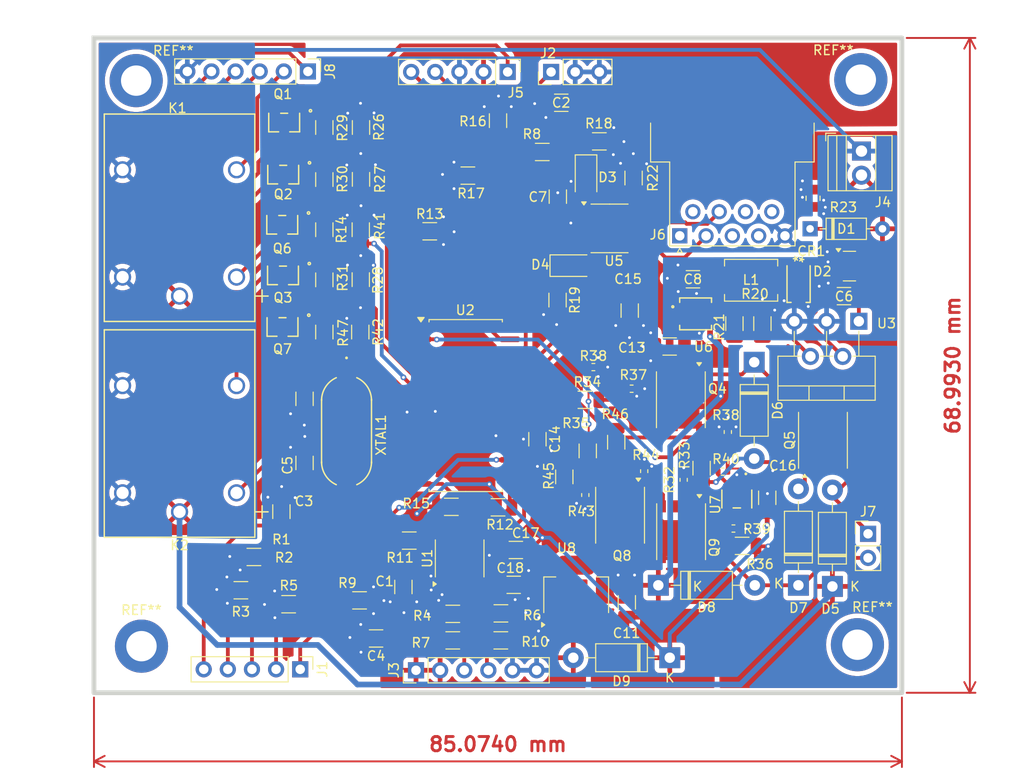
<source format=kicad_pcb>
(kicad_pcb (version 20240108) (generator "pcbnew") (generator_version "8.0")
  (title_block (title "DIJOUS_Llums_GodasJordiPerezMax") (date "2025-03-30") (rev "Rev1.0") (company "Universitat de Barcelona"))
  (layers (0 "F.Cu" signal) (31 "B.Cu" signal) (34 "B.Paste" user) (35 "F.Paste" user) (36 "B.SilkS" user "B.Silkscreen") (37 "F.SilkS" user "F.Silkscreen") (38 "B.Mask" user) (39 "F.Mask" user) (44 "Edge.Cuts" user))
  (net 0 "")
  (net 1 "GND")
  (net 2 "GNDPWR")
  (net 3 "+3.3V")
  (net 4 "+5V")
  (net 5 "/Buck_IN")
  (net 6 "Vref")
  (net 7 "/LDO5V_IN")
  (net 8 "/SS5V")
  (net 9 "/Buck_OUT")
  (net 10 "Motor_o1")
  (net 11 "Motor_o2")
  (net 12 "/BJTemissor4")
  (net 14 "+12V")
  (net 15 "/LEDTX")
  (net 16 "RC1")
  (net 17 "RC7")
  (net 18 "RC2")
  (net 19 "RC0")
  (net 20 "RC6")
  (net 21 "PGD")
  (net 22 "MCLR")
  (net 23 "PGC")
  (net 24 "RA5")
  (net 25 "CANTX")
  (net 26 "/LEDRX")
  (net 27 "CANRX")
  (net 28 "SCl")
  (net 30 "CANH_O")
  (net 32 "High Beam")
  (net 33 "Brushless")
  (net 34 "Blinkers")
  (net 35 "Daytime lights")
  (net 36 "Low Beam")
  (net 38 "SDA")
  (net 41 "CANL_O")
  (net 42 "/BJTemissor5")
  (net 44 "RA3")
  (net 45 "/BJTbase1")
  (net 46 "/BJTbase2")
  (net 47 "RA1")
  (net 48 "RB5")
  (net 49 "/BJTbase3")
  (net 50 "RA4")
  (net 51 "/NMOSbase11")
  (net 52 "RA2")
  (net 53 "/NMOSbase21")
  (net 54 "/BJTbase4")
  (net 55 "/BJTbase5")
  (net 56 "/NMOSbase12")
  (net 57 "Shutin")
  (net 58 "Motor_in2")
  (net 59 "Motor_in1")
  (net 60 "SDA_O")
  (net 61 "SCL_O")
  (net 62 "/NMOSbase22")
  (net 63 "Net-(U5-Rs)")
  (net 64 "/ENABLE")
  (net 65 "/Buck_FB")
  (net 66 "/SHUT_OPV+")
  (net 69 "/SHUT_OPV-")
  (net 70 "SHUT_OUT")
  (net 71 "/OSC1")
  (net 72 "/OSC2")
  (footprint "ZXTN:ZXTN19020DFFTA_DIO" (layer "F.Cu") (at 75.9333 37.2348 180)
    (property "Reference" "Q1")
    (property "Value" "ZXTN19020DFFTA")
  )
  (footprint "Resistor_SMD:R_1206_3216Metric" (layer "F.Cu") (at 84.0232 37.7551 90)
    (property "Reference" "R26")
    (property "Value" "100")
  )
  (footprint "Resistor_SMD:R_1206_3216Metric" (layer "F.Cu") (at 95.2754 42.8244 180)
    (property "Reference" "R17" (hide yes))
    (property "Value" "1k" (hide yes))
  )
  (footprint "LED_SMD:LED_1206_3216Metric" (layer "F.Cu") (at 106.21 52.31)
    (property "Reference" "D4")
    (property "Value" "LED")
  )
  (footprint "Resistor_SMD:R_1206_3216Metric" (layer "F.Cu") (at 107.8992 71.8312 90)
    (property "Reference" "R35")
    (property "Value" "1k")
  )
  (footprint "Capacitor_SMD:C_1206_3216Metric_Pad1.33x1.80mm_HandSolder" (layer "F.Cu") (at 100.1014 85.9409)
    (property "Reference" "C18")
    (property "Value" "100uF")
  )
  (footprint "Diode_THT:D_DO-41_SOD81_P10.16mm_Horizontal" (layer "F.Cu") (at 116.5352 93.6244 180)
    (property "Reference" "D9")
    (property "Value" "1N4002")
  )
  (footprint "Resistor_SMD:R_1206_3216Metric" (layer "F.Cu") (at 91.2622 48.6918)
    (property "Reference" "R13")
    (property "Value" "1k")
  )
  (footprint "MountingHole:MountingHole_3.2mm_M3_DIN965_Pad" (layer "F.Cu") (at 60.3504 32.8168)
    (property "Reference" "REF**")
    (property "Value" "MountingHole_3.2mm_M3_DIN965_Pad")
  )
  (footprint "Capacitor_SMD:C_1206_3216Metric_Pad1.33x1.80mm_HandSolder" (layer "F.Cu") (at 85.6103 91.5924 180)
    (property "Reference" "C4")
    (property "Value" "100nF")
  )
  (footprint "SS3P5:CR_5HM3&slash_84A_VIS" (layer "F.Cu") (at 130.0988 54.2544 -90)
    (property "Reference" "CR1")
    (property "Value" "SS3P5HM3/84A")
  )
  (footprint "LED_SMD:LED_1206_3216Metric" (layer "F.Cu") (at 107.719 42.926 -90)
    (property "Reference" "D3")
    (property "Value" "LED")
  )
  (footprint "Capacitor_SMD:C_1206_3216Metric_Pad1.33x1.80mm_HandSolder" (layer "F.Cu") (at 88.48695 86.1691 90)
    (property "Reference" "C1")
    (property "Value" "100nF")
  )
  (footprint "Resistor_SMD:R_1206_3216Metric" (layer "F.Cu") (at 112.7252 43.0784 90)
    (property "Reference" "R22")
    (property "Value" "47k")
  )
  (footprint "Connector_PinHeader_2.54mm:PinHeader_1x06_P2.54mm_Vertical" (layer "F.Cu") (at 89.8144 94.9452 90)
    (property "Reference" "J3")
    (property "Value" "Conn_01x06")
  )
  (footprint "Resistor_SMD:R_1206_3216Metric" (layer "F.Cu") (at 75.6412 78.232 90)
    (property "Reference" "R1")
    (property "Value" "1k" (hide yes))
  )
  (footprint "MountingHole:MountingHole_3.2mm_M3_DIN965_Pad" (layer "F.Cu") (at 136.2964 92.2528)
    (property "Reference" "REF**")
    (property "Value" "MountingHole_3.2mm_M3_DIN965_Pad")
  )
  (footprint "MountingHole:MountingHole_3.2mm_M3_DIN965_Pad" (layer "F.Cu") (at 60.9092 92.4052)
    (property "Reference" "REF**")
    (property "Value" "MountingHole_3.2mm_M3_DIN965_Pad")
  )
  (footprint "Diode_THT:D_DO-35_SOD27_P7.62mm_Horizontal" (layer "F.Cu") (at 131.31 48.43)
    (property "Reference" "D1")
    (property "Value" "1N4148")
  )
  (footprint "Resistor_SMD:R_0402_1005Metric" (layer "F.Cu") (at 122.1232 74.0156 180)
    (property "Reference" "R40")
    (property "Value" "10k")
  )
  (footprint "Package_SO:SO-8_3.9x4.9mm_P1.27mm" (layer "F.Cu") (at 94.4118 83.1596 90)
    (property "Reference" "U1")
    (property "Value" "PCA9306D")
  )
  (footprint "Resistor_SMD:R_1206_3216Metric" (layer "F.Cu") (at 72.7456 83.0072 180)
    (property "Reference" "R2")
    (property "Value" "1k")
  )
  (footprint "Resistor_SMD:R_1206_3216Metric" (layer "F.Cu") (at 98.7445 91.7956)
    (property "Reference" "R10")
    (property "Value" "4.7k")
  )
  (footprint "Resistor_SMD:R_0402_1005Metric" (layer "F.Cu") (at 123.2388 80.01 180)
    (property "Reference" "R39")
    (property "Value" "10k")
  )
  (footprint "Resistor_SMD:R_1206_3216Metric" (layer "F.Cu") (at 80.1624 43.2415 90)
    (property "Reference" "R30")
    (property "Value" "100")
  )
  (footprint "Resistor_SMD:R_0402_1005Metric" (layer "F.Cu") (at 122.65 69.84 90)
    (property "Reference" "R38")
    (property "Value" "10k")
  )
  (footprint "Resistor_SMD:R_1206_3216Metric" (layer "F.Cu") (at 83.947 59.309 90)
    (property "Reference" "R42")
    (property "Value" "100")
  )
  (footprint "Resistor_SMD:R_1206_3216Metric" (layer "F.Cu") (at 80.1624 53.8079 90)
    (property "Reference" "R31")
    (property "Value" "100")
  )
  (footprint "Capacitor_SMD:C_1206_3216Metric_Pad1.33x1.80mm_HandSolder" (layer "F.Cu") (at 126.7968 76.7711 90)
    (property "Reference" "C16")
    (property "Value" "100nF")
  )
  (footprint "Resistor_SMD:R_1206_3216Metric" (layer "F.Cu") (at 104.72 55.94 -90)
    (property "Reference" "R19")
    (property "Value" "1k")
  )
  (footprint "ZXTN:ZXTN19020DFFTA_DIO" (layer "F.Cu") (at 75.7301 48.006 180)
    (property "Reference" "Q6")
    (property "Value" "ZXTN19020DFFTA")
  )
  (footprint "Connector_PinHeader_2.54mm:PinHeader_1x05_P2.54mm_Vertical" (layer "F.Cu") (at 99.4664 31.9024 -90)
    (property "Reference" "J5")
    (property "Value" "Conn_01x05")
  )
  (footprint "Capacitor_SMD:C_1206_3216Metric_Pad1.33x1.80mm_HandSolder" (layer "F.Cu") (at 102.6 70.6 -90)
    (property "Reference" "C14")
    (property "Value" "100nF")
  )
  (footprint "Resistor_SMD:R_1206_3216Metric" (layer "F.Cu") (at 107.6051 66.4464)
    (property "Reference" "R34")
    (property "Value" "1k")
  )
  (footprint "Resistor_SMD:R_1206_3216Metric" (layer "F.Cu") (at 98.7552 88.9508)
    (property "Reference" "R6")
    (property "Value" "1k")
  )
  (footprint "Package_SO:PowerPAK_SO-8_Single" (layer "F.Cu") (at 117.729 80.3432 -90)
    (property "Reference" "Q9")
    (property "Value" "Si7336ADP")
  )
  (footprint "Resistor_SMD:R_0805_2012Metric" (layer "F.Cu") (at 131.6228 45.212 -90)
    (property "Reference" "R23")
    (property "Value" "0")
  )
  (footprint "Resistor_SMD:R_1206_3216Metric" (layer "F.Cu") (at 71.374 86.5124 180)
    (property "Reference" "R3")
    (property "Value" "1k")
  )
  (footprint "Package_TO_SOT_THT:TO-220-5_P3.4x3.7mm_StaggerOdd_Lead3.8mm_Vertical" (layer "F.Cu") (at 136.4452 58.1736 180)
    (property "Reference" "U3")
    (property "Value" "LM2596T-ADJ")
  )
  (footprint "Resistor_SMD:R_1206_3216Metric" (layer "F.Cu") (at 84 53.7865 90)
    (property "Reference" "R28")
    (property "Value" "100")
  )
  (footprint "Capacitor_SMD:C_1206_3216Metric_Pad1.33x1.80mm_HandSolder" (layer "F.Cu") (at 118.9736 53.7464 180)
    (property "Reference" "C8")
    (property "Value" "4.7uF")
  )
  (footprint "Resistor_SMD:R_1206_3216Metric" (layer "F.Cu") (at 84.0232 43.2201 90)
    (property "Reference" "R27")
    (property "Value" "100")
  )
  (footprint "Resistor_SMD:R_1206_3216Metric" (layer "F.Cu") (at 98.4504 37.0332 90)
    (property "Reference" "R16")
    (property "Value" "1k")
  )
  (footprint "Resistor_SMD:R_1206_3216Metric" (layer "F.Cu") (at 126.2888 58.42 90)
    (property "Reference" "R20")
    (property "Value" "2.49k")
  )
  (footprint "ZXTN:ZXTN19020DFFTA_DIO" (layer "F.Cu") (at 75.808799 53.3384 180)
    (property "Reference" "Q3")
    (property "Value" "ZXTN19020DFFTA")
  )
  (footprint "Connector_PinHeader_2.54mm:PinHeader_1x02_P2.54mm_Vertical" (layer "F.Cu") (at 137.414 80.5638)
    (property "Reference" "J7")
    (property "Value" "Conn_01x02")
  )
  (footprint "Resistor_SMD:R_1206_3216Metric" (layer "F.Cu") (at 76.4032 87.9856 180)
    (property "Reference" "R5")
    (property "Value" "1k")
  )
  (footprint "Resistor_SMD:R_1206_3216Metric" (layer "F.Cu") (at 123.3424 58.42 90)
    (property "Reference" "R21")
    (property "Value" "6.49k")
  )
  (footprint "G5LE-1-DC12:RELAY_G5LE-1 DC5_OMR" (layer "F.Cu") (at 64.916801 39.014799 180)
    (property "Reference" "K1")
    (property "Value" "G5LE-1 DC12")
  )
  (footprint "Package_SO:PowerPAK_SO-8_Single" (layer "F.Cu") (at 117.7036 66.4382 -90)
    (property "Reference" "Q4")
    (property "Value" "Si7336ADP")
  )
  (footprint "Resistor_SMD:R_1206_3216Metric" (layer "F.Cu") (at 93.5335 77.724 180)
    (property "Reference" "R15")
    (property "Value" "4.7k")
  )
  (footprint "Resistor_SMD:R_0402_1005Metric" (layer "F.Cu") (at 107.64 76.48 -90)
    (property "Reference" "R43")
    (property "Value" "10k")
  )
  (footprint "Package_SO:SOIC-8_3.9x4.9mm_P1.27mm" (layer "F.Cu") (at 110.194 48.387)
    (property "Reference" "U5")
    (property "Value" "MCP2551-I-SN")
  )
  (footprint "Package_TO_SOT_SMD:SOT-23" (layer "F.Cu") (at 135.4559 52.3596)
    (property "Reference" "D2")
    (property "Value" "BZX84Cxx")
  )
  (footprint "Resistor_SMD:R_0402_1005Metric" (layer "F.Cu") (at 108.49 63)
    (property "Reference" "R38")
    (property "Value" "10k")
  )
  (footprint "Resistor_SMD:R_0402_1005Metric" (layer "F.Cu") (at 112.52 65.278)
    (property "Reference" "R37")
    (property "Value" "10k")
  )
  (footprint "Capacitor_SMD:C_1206_3216Metric_Pad1.33x1.80mm_HandSolder" (layer "F.Cu") (at 116.5222 60.8292 180)
    (property "Reference" "C13")
    (property "Value" "1nF")
  )
  (footprint "Diode_THT:D_DO-41_SOD81_P10.16mm_Horizontal" (layer "F.Cu") (at 115.33 85.99)
    (property "Reference" "D8")
    (property "Value" "1N5817")
  )
  (footprint "Capacitor_SMD:C_1206_3216Metric_Pad1.33x1.80mm_HandSolder" (layer "F.Cu") (at 112.014 87.7824 90)
    (property "Reference" "C11")
    (property "Value" "10uF")
  )
  (footprint "LT6202CS5:S_5_ADI" (layer "F.Cu") (at 123.5964 76.9004 -90)
    (property "Reference" "U7")
    (property "Value" "LT6202CS5")
  )
  (footprint "Resistor_SMD:R_1206_3216Metric" (layer "F.Cu") (at 80.1624 48.5247 90)
    (property "Reference" "R14")
    (property "Value" "100")
  )
  (footprint "Package_TO_SOT_SMD:SOT-223" (layer "F.Cu") (at 106.68 87.0204 90)
    (property "Reference" "U8")
    (property "Value" "TLV1117-33")
  )
  (footprint "Resistor_SMD:R_1206_3216Metric" (layer "F.Cu") (at 103.11 40.3352 180)
    (property "Reference" "R8")
    (property "Value" "220")
  )
  (footprint "Capacitor_SMD:C_1206_3216Metric_Pad1.33x1.80mm_HandSolder" (layer "F.Cu") (at 78.0796 73.1012 90)
    (property "Reference" "C5")
    (property "Value" "56pF")
  )
  (footprint "Resistor_SMD:R_0402_1005Metric" (layer "F.Cu") (at 113.8428 73.9648 90)
    (property "Reference" "R44")
    (property "Value" "10k")
  )
  (footprint "ADM7172ACPZ-5.0-R7:CP-8-21_ADI" (layer "F.Cu") (at 119.2554 57.392001)
    (property "Reference" "U6")
    (property "Value" "ADM7172ACPZ-5.0-R7")
  )
  (footprint "Capacitor_SMD:C_1206_3216Metric_Pad1.33x1.80mm_HandSolder" (layer "F.Cu") (at 112.3188 57.0484 -90)
    (property "Reference" "C15")
    (property "Value" "4.7uF")
  )
  (footprint "Package_SO:SOIC-28W_7.5x17.9mm_P1.27mm" (layer "F.Cu") (at 95.045 67.056)
    (property "Reference" "U2")
    (property "Value" "PIC18F2580-I/SO")
  )
  (footprint "Resistor_SMD:R_1206_3216Metric" (layer "F.Cu") (at 80.1624 59.309 90)
    (property "Reference" "R47")
    (property "Value" "100")
  )
  (footprint "Resistor_SMD:R_1206_3216Metric" (layer "F.Cu") (at 124.1552 81.8388 180)
    (property "Reference" "R36")
    (property "Value" "1k")
  )
  (footprint "Resistor_SMD:R_1206_3216Metric" (layer "F.Cu") (at 98.4504 77.7748 180)
    (property "Reference" "R12")
    (property "Value" "4.7k")
  )
  (footprint "MountingHole:MountingHole_3.2mm_M3_DIN965_Pad" (layer "F.Cu") (at 136.652 32.7152)
    (property "Reference" "REF**")
    (property "Value" "MountingHole_3.2mm_M3_DIN965_Pad")
  )
  (footprint "Diode_THT:D_DO-41_SOD81_P10.16mm_Horizontal" (layer "F.Cu") (at 125.4252 62.484 -90)
    (property "Reference" "D6")
    (property "Value" "1N5817")
  )
  (footprint "Capacitor_SMD:C_1206_3216Metric_Pad1.33x1.80mm_HandSolder" (layer "F.Cu") (at 134.874 55.5244 180)
    (property "Reference" "C6")
    (property "Value" "100uF")
  )
  (footprint "Resistor_SMD:R_1206_3216Metric" (layer "F.Cu") (at 105.43 74.5675 90)
    (property "Reference" "R45")
    (property "Value" "1k")
  )
  (footprint "Resistor_SMD:R_1206_3216Metric" (layer "F.Cu") (at 110.8964 70.9168 90)
    (property "Reference" "R46")
    (property "Value" "1k" (hide yes))
  )
  (footprint "Capacitor_SMD:C_1206_3216Metric_Pad1.33x1.80mm_HandSolder" (layer "F.Cu") (at 78.0796 66.3448 -90)
    (property "Reference" "C3")
    (property "Value" "56pF")
  )
  (footprint "Inductor_SMD:L_Neosid_Ms42" (layer "F.Cu") (at 125.1 53.85 180)
    (property "Reference" "L1")
    (property "Value" "47uH")
  )
  (footprint "Resistor_SMD:R_1206_3216Metric" (layer "F.Cu") (at 119.888 73.6493 90)
    (property "Reference" "R33")
    (property "Value" "1k")
  )
  (footprint "Capacitor_SMD:C_1206_3216Metric_Pad1.33x1.80mm_HandSolder" (layer "F.Cu") (at 100.33 82.2706)
    (property "Reference" "C17")
    (property "Value" "100nF")
  )
  (footprint "Diode_THT:D_DO-41_SOD81_P10.16mm_Horizontal" (layer "F.Cu") (at 133.66 86.11 90)
    (property "Reference" "D5")
    (property "Value" "1N5817")
  )
  (footprint "Capacitor_SMD:C_1206_3216Metric_Pad1.33x1.80mm_HandSolder" (layer "F.Cu") (at 105.11 35.15 180)
    (property "Reference" "C2")
    (property "Value" "100nF")
  )
  (footprint "Connector_PinHeader_2.54mm:PinHeader_1x05_P2.54mm_Vertical" (layer "F.Cu") (at 77.6224 94.8436 -90)
    (property "Reference" "J1")
    (property "Value" "Conn_01x05_Socket")
  )
  (footprint "G5LE-1-DC12:RELAY_G5LE-1 DC5_OMR" (layer "F.Cu") (at 64.916801 61.750804 180)
    (property "Reference" "K2")
    (property "Value" "G5LE-1 DC12")
  )
  (footprint "XT9M20HRR8M:XTAL_ANA8M_VIS" (layer "F.Cu") (at 82.4992 69.7532 -90)
    (property "Reference" "XTAL1")
    (property "Value" "XT9M20ANA8M")
  )
  (footprint "ZXTN:ZXTN19020DFFTA_DIO" (layer "F.Cu") (at 75.8317 42.7212 180)
    (property "Reference" "Q2")
    (property "Value" "ZXTN19020DFFTA")
  )
  (footprint "Connector_Dsub:DSUB-9_Female_Horizontal_P2.77x2.54mm_EdgePinOffset9.40mm" (layer "F.Cu") (at 117.585 49.17 180)
    (property "Reference" "J6")
    (property "Value" "DE9_Plug")
  )
  (footprint "Resistor_SMD:R_1206_3216Metric" (layer "F.Cu") (at 83.8708 87.5792)
    (property "Reference" "R9")
    (property "Value" "1k")
  )
  (footprint "Resistor_SMD:R_1206_3216Metric" (layer "F.Cu") (at 84 48.5247 90)
    (property "Reference" "R41")
    (property "Value" "100")
  )
  (footprint "Package_SO:PowerPAK_SO-8_Single" (layer "F.Cu") (at 111.3028 78.6088 -90)
    (property "Reference" "Q8")
    (property "Value" "Si7336ADP")
  )
  (footprint "Resistor_SMD:R_1206_3216Metric" (layer "F.Cu") (at 89.1032 81.28)
    (property "Reference" "R11")
    (property "Value" "200k")
  )
  (footprint "Connector_PinHeader_2.54mm:PinHeader_1x03_P2.54mm_Vertical" (layer "F.Cu") (at 104.0384 31.9024 90)
    (property "Reference" "J2")
    (property "Value" "Conn_01x03")
  )
  (footprint "Resistor_SMD:R_1206_3216Metric" (layer "F.Cu") (at 93.6859 91.7956 180)
    (property "Reference" "R7")
    (property "Value" "4.7k")
  )
  (footprint "Resistor_SMD:R_1206_3216Metric" (layer "F.Cu") (at 80.1624 37.7551 90)
    (property "Reference" "R29")
    (property "Value" "100")
  )
  (footprint "Resistor_SMD:R_1206_3216Metric" (layer "F.Cu") (at 109.1184 39.2176)
    (property "Reference" "R18")
    (property "Value" "1k")
  )
  (footprint "Diode_THT:D_DO-41_SOD81_P10.16mm_Horizontal" (layer "F.Cu") (at 130.08 85.99 90)
    (property "Reference" "D7")
    (property "Value" "1N5817")
  )
  (footprint "TerminalBlock:TerminalBlock_Xinya_XY308-2.54-2P_1x02_P2.54mm_Horizontal" (layer "F.Cu") (at 136.72 40.24 -90)
    (property "Reference" "J4")
    (property "Value" "Screw_Terminal_01x02")
  )
  (footprint "Package_SO:PowerPAK_SO-8_Single" (layer "F.Cu") (at 132.6642 70.7146 90)
    (property "Reference" "Q5")
    (property "Value" "Si7336ADP")
  )
  (footprint "Connector_PinHeader_2.54mm:PinHeader_1x06_P2.54mm_Vertical" (layer "F.Cu") (at 78.4352 31.8516 -90)
    (property "Reference" "J8")
    (property "Value" "Conn_01x06_Socket")
  )
  (footprint "ZXTN:ZXTN19020DFFTA_DIO" (layer "F.Cu") (at 75.757999 58.774 180)
    (property "Reference" "Q7")
    (property "Value" "ZXTN19020DFFTA")
  )
  (footprint "Capacitor_SMD:C_1206_3216Metric_Pad1.33x1.80mm_HandSolder" (layer "F.Cu") (at 104.75 45.04 90)
    (property "Reference" "C7")
    (property "Value" "100nF")
  )
  (footprint "Resistor_SMD:R_1206_3216Metric" (layer "F.Cu") (at 93.6859 89.0016 180)
    (property "Reference" "R4")
    (property "Value" "1k")
  )
  (footprint "Resistor_SMD:R_0402_1005Metric" (layer "F.Cu") (at 117.998199 74.881 90)
    (property "Reference" "R32")
    (property "Value" "100m")
  )
  (gr_rect (start 55.9054 28.321) (end 140.9794 97.314) (stroke (width 0.5)) (fill none) (layer "Edge.Cuts"))
  (gr_text "R17" (at 95.6069 44.7004 0) (layer "F.SilkS") (effects (font (size 1 1))))
  (dimension (type aligned) (layer "F.Cu") (pts (xy 140.9794 97.314) (xy 140.9794 28.321)) (height 7.1534) (gr_text "68,9930 mm" (at 146.3328 62.8175 90) (layer "F.Cu") (effects (font (size 1.5 1.5) (thickness 0.3)))) (format (prefix "") (suffix "") (units 3) (units_format 1) (precision 4)) (style (thickness 0.2) (arrow_length 1.27) (text_position_mode 0) (extension_height 0.58642) (extension_offset 0.5) keep_text_aligned))
  (dimension (type aligned) (layer "F.Cu") (pts (xy 55.9054 97.314) (xy 140.9794 97.314)) (height 7.232399) (gr_text "85,0740 mm" (at 98.4424 102.746399 0) (layer "F.Cu") (effects (font (size 1.5 1.5) (thickness 0.3)))) (format (prefix "") (suffix "") (units 3) (units_format 1) (precision 4)) (style (thickness 0.2) (arrow_length 1.27) (text_position_mode 0) (extension_height 0.58642) (extension_offset 0.5) keep_text_aligned))
  (segment (start 101.6508 86.868) (end 101.6254 86.8934) (width 0.4) (layer "F.Cu") (net 1))
  (segment (start 118.0084 74.360799) (end 117.998199 74.371) (width 0.4) (layer "F.Cu") (net 1))
  (segment (start 85.2932 52.2478) (end 85.3186 52.2732) (width 0.4) (layer "F.Cu") (net 1))
  (segment (start 102.6 73.46) (end 102.6 72.22) (width 0.4) (layer "F.Cu") (net 1))
  (segment (start 85.3694 36.2458) (end 85.3948 36.2204) (width 0.4) (layer "F.Cu") (net 1))
  (segment (start 103.7454 90.805) (end 104.38 90.1704) (width 0.4) (layer "F.Cu") (net 1))
  (segment (start 73.8632 88.011) (end 74.9153 88.011) (width 0.4) (layer "F.Cu") (net 1))
  (segment (start 126.82 76.33) (end 126.82 75.2318) (width 0.4) (layer "F.Cu") (net 1))
  (segment (start 113.8428 73.4548) (end 114.6282 73.4548) (width 0.4) (layer "F.Cu") (net 1))
  (segment (start 85.5218 41.7068) (end 85.5472 41.6814) (width 0.4) (layer "F.Cu") (net 1))
  (segment (start 71.2978 84.3788) (end 71.2978 83.0219) (width 0.4) (layer "F.Cu") (net 1))
  (segment (start 85.344 88.9762) (end 85.344 86.1568) (width 0.4) (layer "F.Cu") (net 1))
  (segment (start 98.231 70.231) (end 99.695 70.231) (width 0.2) (layer "F.Cu") (net 1))
  (segment (start 68.834 86.4362) (end 69.8353 86.4362) (width 0.4) (layer "F.Cu") (net 1))
  (segment (start 102.31 35.24) (end 103.4575 35.24) (width 0.4) (layer "F.Cu") (net 1))
  (segment (start 84.0232 90.1446) (end 83.9978 90.1192) (width 0.4) (layer "F.Cu") (net 1))
  (segment (start 112.3188 58.6109) (end 112.3188 59.8678) (width 0.4) (layer "F.Cu") (net 1))
  (segment (start 70.2056 82.9564) (end 71.2323 82.9564) (width 0.4) (layer "F.Cu") (net 1))
  (segment (start 93.7768 48.6918) (end 93.8276 48.7426) (width 0.4) (layer "F.Cu") (net 1))
  (segment (start 71.2323 82.9564) (end 71.2831 83.0072) (width 0.4) (layer "F.Cu") (net 1))
  (segment (start 112.6998 40.513) (end 112.6998 41.5905) (width 0.4) (layer "F.Cu") (net 1))
  (segment (start 114.9851 59.4068) (end 114.9851 62.3532) (width 0.4) (layer "F.Cu") (net 1))
  (segment (start 91.8464 67.6656) (end 90.4204 67.6656) (width 0.4) (layer "F.Cu") (net 1))
  (segment (start 109 63) (end 110 63) (width 0.4) (layer "F.Cu") (net 1))
  (segment (start 125.6685 81.8896) (end 125.6177 81.8388) (width 0.4) (layer "F.Cu") (net 1))
  (segment (start 107.64 76.99) (end 107.64 77.9) (width 0.4) (layer "F.Cu") (net 1))
  (segment (start 114.6282 73.4548) (end 114.6302 73.4568) (width 0.4) (layer "F.Cu") (net 1))
  (segment (start 111.0996 85.3055) (end 112.014 86.2199) (width 0.4) (layer "F.Cu") (net 1))
  (segment (start 98.4504 34.4932) (end 98.4504 35.5707) (width 0.4) (layer "F.Cu") (net 1))
  (segment (start 102.743 89.408) (end 103.6176 89.408) (width 0.4) (layer "F.Cu") (net 1))
  (segment (start 69.8353 86.4362) (end 69.9115 86.5124) (width 0.4) (layer "F.Cu") (net 1))
  (segment (start 92.5068 86.925729) (end 92.5068 85.7346) (width 0.4) (layer "F.Cu") (net 1))
  (segment (start 82.6008 52.2478) (end 85.2932 52.2478) (width 0.4) (layer "F.Cu") (net 1))
  (segment (start 74.9554 89.408) (end 74.9554 86.614) (width 0.4) (layer "F.Cu") (net 1))
  (segment (start 98.5012 34.4424) (end 98.4504 34.4932) (width 0.4) (layer "F.Cu") (net 1))
  (segment (start 123.5964 74.3458) (end 123.5964 75.5904) (width 0.4) (layer "F.Cu") (net 1))
  (segment (start 102.6 72.22) (end 102.58 72.2) (width 0.4) (layer "F.Cu") (net 1))
  (segment (start 84 41.7344) (end 84.0232 41.7576) (width 0.4) (layer "F.Cu") (net 1))
  (segment (start 91.7544 86.487) (end 92.5068 85.7346) (width 0.4) (layer "F.Cu") (net 1))
  (segment (start 92.71 50.0888) (end 92.71 47.1678) (width 0.4) (layer "F.Cu") (net 1))
  (segment (start 90.4204 67.6656) (end 90.395 67.691) (width 0.4) (layer "F.Cu") (net 1))
  (segment (start 78.0542 69.1134) (end 78.0542 67.9327) (width 0.4) (layer "F.Cu") (net 1))
  (segment (start 76.6064 67.9196) (end 78.0673 67.9196) (width 0.4) (layer "F.Cu") (net 1))
  (segment (start 131.6209 44.2976) (end 131.6228 44.2995) (width 0.4) (layer "F.Cu") (net 1))
  (segment (start 103.5475 35.15) (end 103.5475 36.6425) (width 0.4) (layer "F.Cu") (net 1))
  (segment (start 100.2177 87.5391) (end 100.2538 87.503) (width 0.4) (layer "F.Cu") (net 1))
  (segment (start 125.603 81.8535) (end 125.6177 81.8388) (width 0.4) (layer "F.Cu") (net 1))
  (segment (start 101.6762 84.4423) (end 101.6762 87.3633) (width 0.4) (layer "F.Cu") (net 1))
  (segment (start 74.2188 76.708) (end 77.0382 76.708) (width 0.4) (layer "F.Cu") (net 1))
  (segment (start 122.67 69.29) (end 122.67 68.3) (width 0.4) (layer "F.Cu") (net 1))
  (segment (start 92.202 87.5792) (end 92.202 88.9802) (width 0.4) (layer "F.Cu") (net 1))
  (segment (start 100.3554 70.231) (end 100.771 70.231) (width 0.4) (layer "F.Cu") (net 1))
  (segment (start 102.96 71.82) (end 102.58 72.2) (width 0.4) (layer "F.Cu") (net 1))
  (segment (start 83.9978 51.2572) (end 83.9978 52.3218) (width 0.4) (layer "F.Cu") (net 1))
  (segment (start 77.0382 76.708) (end 77.089 76.7588) (width 0.4) (layer "F.Cu") (net 1))
  (segment (start 103.6176 89.408) (end 104.38 90.1704) (width 0.4) (layer "F.Cu") (net 1))
  (segment (start 83.9462 91.4908) (end 84.0478 91.5924) (width 0.4) (layer "F.Cu") (net 1))
  (segment (start 109 63) (end 109 62) (width 0.4) (layer "F.Cu") (net 1))
  (segment (start 83.9724 56.7436) (end 83.9724 57.8211) (width 0.4) (layer "F.Cu") (net 1))
  (segment (start 111.6838 39.2176) (end 111.7092 39.243) (width 0.4) (layer "F.Cu") (net 1))
  (segment (start 104.75 43.4775) (end 106.0925 43.4775) (width 0.4) (layer "F.Cu") (net 1))
  (segment (start 104.07 71.82) (end 102.96 71.82) (width 0.4) (layer "F.Cu") (net 1))
  (segment (start 86.4108 87.5792) (end 86.4362 87.6046) (width 0.4) (layer "F.Cu") (net 1))
  (segment (start 104.6525 57.47) (end 104.72 57.4025) (width 0.4) (layer "F.Cu") (net 1))
  (segment (start 83.9724 57.8211) (end 83.947 57.8465) (width 0.4) (layer "F.Cu") (net 1))
  (segment (start 98.4504 35.5707) (end 99.8367 35.5707) (width 0.4) (layer "F.Cu") (net 1))
  (segment (start 112.6383 41.529) (end 112.7252 41.6159) (width 0.4) (layer "F.Cu") (net 1))
  (segment (start 91.1098 89.0016) (end 92.2234 89.0016) (width 0.4) (layer "F.Cu") (net 1))
  (segment (start 126.8984 81.8896) (end 125.6685 81.8896) (width 0.4) (layer "F.Cu") (net 1))
  (segment (start 99.8367 35.5707) (end 99.8474 35.56) (width 0.4) (layer "F.Cu") (net 1))
  (segment (start 92.202 88.9802) (end 92.2234 89.0016) (width 0.4) (layer "F.Cu") (net 1))
  (segment (start 91.4146 86.487) (end 91.7544 86.487) (width 0.4) (layer "F.Cu") (net 1))
  (segment (start 74.9554 86.614) (end 74.93 86.5886) (width 0.4) (layer "F.Cu") (net 1))
  (segment (start 82.5246 41.7068) (end 85.5218 41.7068) (width 0.4) (layer "F.Cu") (net 1))
  (segment (start 113.03 65.278) (end 113.8936 65.278) (width 0.4) (layer "F.Cu") (net 1))
  (segment (start 93.8129 44.1964) (end 93.8129 42.8244) (width 0.2) (layer "F.Cu") (net 1))
  (segment (start 84 40.5) (end 84 41.7344) (width 0.4) (layer "F.Cu") (net 1))
  (segment (start 122.67 69.29) (end 123.5 69.29) (width 0.4) (layer "F.Cu") (net 1))
  (segment (start 104.38 91.12) (end 104.38 90.1704) (width 0.4) (layer "F.Cu") (net 1))
  (segment (start 104.62 57.5025) (end 104.72 57.4025) (width 0.4) (layer "F.Cu") (net 1))
  (segment (start 71.2978 83.0219) (end 71.2831 83.0072) (width 0.4) (layer "F.Cu") (net 1))
  (segment (start 92.556915 86.975844) (end 92.5068 86.925729) (width 0.4) (layer "F.Cu") (net 1))
  (segment (start 82.5246 57.8612) (end 83.9323 57.8612) (width 0.4) (layer "F.Cu") (net 1))
  (segment (start 103.4575 35.24) (end 103.5475 35.15) (width 0.4) (layer "F.Cu") (net 1))
  (segment (start 84 47.0622) (end 84 46.0226) (width 0.4) (layer "F.Cu") (net 1))
  (segment (start 78.105 71.5133) (end 78.0796 71.5387) (width 0.4) (layer "F.Cu") (net 1))
  (segment (start 125.603 83.3374) (end 125.603 81.8535) (width 0.4) (layer "F.Cu") (net 1))
  (segment (start 93.8169 44.2004) (end 93.8129 44.1964) (width 0.2) (layer "F.Cu") (net 1))
  (segment (start 110.5916 40.6146) (end 110.5916 39.2283) (width 0.4) (layer "F.Cu") (net 1))
  (segment (start 123.7488 80.01) (end 124.5108 80.01) (width 0.4) (layer "F.Cu") (net 1))
  (segment (start 107.28 77.35) (end 107.64 76.99) (width 0.4) (layer "F.Cu") (net 1))
  (segment (start 106.72 77.35) (end 106.74 77.37) (width 0.4) (layer "F.Cu") (net 1))
  (segment (start 83.9724 35.2044) (end 83.9724 36.2418) (width 0.4) (layer "F.Cu") (net 1))
  (segment (start 122.66 69.3) (end 122.67 69.29) (width 0.2) (layer "F.Cu") (net 1))
  (segment (start 78.0542 67.9327) (end 78.0796 67.9073) (width 0.4) (layer "F.Cu") (net 1))
  (segment (start 98.231 70.231) (end 100.3554 70.231) (width 0.4) (layer "F.Cu") (net 1))
  (segment (start 130.5052 45.1104) (end 130.8119 45.1104) (width 0.4) (layer "F.Cu") (net 1))
  (segment (start 84 46.9245) (end 83.9245 46.9245) (width 0.2) (layer "F.Cu") (net 1))
  (segment (start 98.2087 82.8294) (end 98.7675 82.2706) (width 0.4) (layer "F.Cu") (net 1))
  (segment (start 110.6424 39.1561) (end 110.5809 39.2176) (width 0.4) (layer "F.Cu") (net 1))
  (segment (start 88.48695 87.7316) (end 88.48695 88.81715) (width 0.4) (layer "F.Cu") (net 1))
  (segment (start 74.9153 88.011) (end 74.9407 87.9856) (width 0.4) (layer "F.Cu") (net 1))
  (segment (start 123.5 69.29) (end 123.51 69.3) (width 0.2) (layer "F.Cu") (net 1))
  (segment (start 82.8548 91.4908) (end 83.9462 91.4908) (width 0.4) (layer "F.Cu") (net 1))
  (segment (start 124.5108 80.01) (end 124.5362 80.0354) (width 0.4) (layer "F.Cu") (net 1))
  (segment (start 113.0554 66.0654) (end 113.0554 65.3034) (width 0.4) (layer "F.Cu") (net 1))
  (segment (start 113.8428 73.4548) (end 113.8428 72.7456) (width 0.4) (layer "F.Cu") (net 1))
  (segment (start 110.6424 37.7698) (end 110.6424 39.1561) (width 0.4) (layer "F.Cu") (net 1))
  (segment (start 130.3528 44.2976) (end 131.6209 44.2976) (width 0.4) (layer "F.Cu") (net 1))
  (segment (start 100.2177 88.9508) (end 100.2177 87.5391) (width 0.4) (layer "F.Cu") (net 1))
  (segment (start 100.2177 88.9508) (end 101.2952 88.9508) (width 0.4) (layer "F.Cu") (net 1))
  (segment (start 82.5754 46.99) (end 85.3948 46.99) (width 0.4) (layer "F.Cu") (net 1))
  (segment (start 111.3536 41.529) (end 112.6383 41.529) (width 0.4) (layer "F.Cu") (net 1))
  (segment (start 75.6666 76.7441) (end 75.6412 76.7695) (width 0.4) (layer "F.Cu") (net 1))
  (segment (start 100.3554 70.231) (end 99.695 70.231) (width 0.2) (layer "F.Cu") (net 1))
  (segment (start 91.786 85.0138) (end 92.5068 85.7346) (width 0.4) (layer "F.Cu") (net 1))
  (segment (start 101.2952 88.9508) (end 101.3714 88.8746) (width 0.4) (layer "F.Cu") (net 1))
  (segment (start 93.8129 41.4064) (end 93.8129 42.8244) (width 0.2) (layer "F.Cu") (net 1))
  (segment (start 112.8268 84.9122) (end 112.8268 85.4071) (width 0.4) (layer "F.Cu") (net 1))
  (segment (start 100.771 70.231) (end 101.13 70.59) (width 0.4) (layer "F.Cu") (net 1))
  (segment (start 103.71 91.79) (end 104.38 91.12) (width 0.4) (layer "F.Cu") (net 1))
  (segment (start 83.5375 36.0375) (end 83.5 36) (width 0.2) (layer "F.Cu") (net 1))
  (segment (start 106.188 47.752) (end 107.719 47.752) (width 0.4) (layer "F.Cu") (net 1))
  (segment (start 114.0607 41.6159) (end 114.0968 41.5798) (width 0.4) (layer "F.Cu") (net 1))
  (segment (start 88.8746 67.7418) (end 90.3442 67.7418) (width 0.4) (layer "F.Cu") (net 1))
  (segment (start 112.8268 85.4071) (end 112.014 86.2199) (width 0.4) (layer "F.Cu") (net 1))
  (segment (start 98.4397 35.56) (end 98.4504 35.5707) (width 0.4) (layer "F.Cu") (net 1))
  (segment (start 82.5246 41.7068) (end 82.6939 41.5375) (width 0.2) (layer "F.Cu") (net 1))
  (segment (start 112.6998 41.5905) (end 112.7252 41.6159) (width 0.4) (layer "F.Cu") (net 1))
  (segment (start 69.9516 85.1662) (end 69.9008 85.1154) (width 0.4) (layer "F.Cu") (net 1))
  (segment (start 90.3442 67.7418) (end 90.395 67.691) (width 0.4) (layer "F.Cu") (net 1))
  (segment (start 106.12 47.82) (end 106.188 47.752) (width 0.4) (layer "F.Cu") (net 1))
  (segment (start 83.9724 36.2418) (end 84.0232 36.2926) (width 0.4) (layer "F.Cu") (net 1))
  (segment (start 103.25 57.47) (end 104.6525 57.47) (width 0.4) (layer "F.Cu") (net 1))
  (segment (start 110.5916 39.2283) (end 110.5809 39.2176) (width 0.4) (layer "F.Cu") (net 1))
  (segment (start 118.0084 73.6092) (end 118.0084 74.360799) (width 0.4) (layer "F.Cu") (net 1))
  (segment (start 130.8119 45.1104) (end 131.6228 44.2995) (width 0.4) (layer "F.Cu") (net 1))
  (segment (start 104.74 44.63) (end 104.75 44.62) (width 0.4) (layer "F.Cu") (net 1))
  (segment (start 93.8129 42.8244) (end 92.7309 42.8244) (width 0.2) (layer "F.Cu") (net 1))
  (segment (start 113.7151 60.8292) (end 114.9597 60.8292) (width 0.4) (layer "F.Cu") (net 1))
  (segment (start 127.381 74.6244) (end 126.7968 75.2086) (width 0.4) (layer "F.Cu") (net 1))
  (segment (start 85.3333 87.5792) (end 86.4108 87.5792) (width 0.4) (layer "F.Cu") (net 1))
  (segment (start 77.9911 71.4502) (end 78.0796 71.5387) (width 0.4) (layer "F.Cu") (net 1))
  (segment (start 88.48695 88.81715) (end 88.5444 88.8746) (width 0.4) (layer "F.Cu") (net 1))
  (segment (start 112.3188 59.8678) (end 112.2934 59.8932) (width 0.4) (layer "F.Cu") (net 1))
  (segment (start 76.6064 71.4502) (end 77.9911 71.4502) (width 0.4) (layer "F.Cu") (net 1))
  (segment (start 126.82 75.2318) (end 126.7968 75.2086) (width 0.4) (layer "F.Cu") (net 1))
  (segment (start 104.75 44.62) (end 104.75 43.4775) (width 0.4) (layer "F.Cu") (net 1))
  (segment (start 110.5809 39.2176) (end 111.6838 39.2176) (width 0.4) (layer "F.Cu") (net 1))
  (segment (start 84 46.0226) (end 84.0232 45.9994) (width 0.4) (layer "F.Cu") (net 1))
  (segment (start 87.0966 87.7316) (end 89.8906 87.7316) (width 0.4) (layer "F.Cu") (net 1))
  (segment (start 90.204 67.5) (end 90.395 67.691) (width 0.2) (layer "F.Cu") (net 1))
  (segment (start 110.8456 58.6232) (end 113.7666 58.6232) (width 0.4) (layer "F.Cu") (net 1))
  (segment (start 92.7247 48.6918) (end 93.7768 48.6918) (width 0.4) (layer "F.Cu") (net 1))
  (segment (start 78.105 70.3072) (end 78.105 71.5133) (width 0.4) (layer "F.Cu") (net 1))
  (segment (start 69.9516 87.884) (end 69.9516 85.1662) (width 0.4) (layer "F.Cu") (net 1))
  (segment (start 106.0925 43.4775) (end 106.14 43.43) (width 0.4) (layer "F.Cu") (net 1))
  (segment (start 107.64 77.9) (end 107.62 77.92) (width 0.4) (layer "F.Cu") (net 1))
  (segment (start 113.0554 65.3034) (end 113.03 65.278) (width 0.4) (layer "F.Cu") (net 1))
  (segment (start 130.5052 43.3832) (end 130.7065 43.3832) (width 0.4) (layer "F.Cu") (net 1))
  (segment (start 121.7302 69.3) (end 122.66 69.3) (width 0.4) (layer "F.Cu") (net 1))
  (segment (start 98.369149 81.872249) (end 98.7675 82.2706) (width 0.4) (layer "F.Cu") (net 1))
  (segment (start 112.7252 41.6159) (end 114.0607 41.6159) (width 0.4) (layer "F.Cu") (net 1))
  (segment (start 106.72 77.35) (end 107.28 77.35) (width 0.4) (layer "F.Cu") (net 1))
  (segment (start 85.5472 41.6814) (end 85.4033 41.5375) (width 0.2) (layer "F.Cu") (net 1))
  (segment (start 130.7065 43.3832) (end 131.6228 44.2995) (width 0.4) (layer "F.Cu") (net 1))
  (segment (start 111.0996 84.9122) (end 111.0996 85.3055) (width 0.4) (layer "F.Cu") (net 1))
  (segment (start 104.62 58.52) (end 104.62 57.5025) (width 0.4) (layer "F.Cu") (net 1))
  (segment (start 78.0673 67.9196) (end 78.0796 67.9073) (width 0.4) (layer "F.Cu") (net 1))
  (segment (start 91.3892 85.0138) (end 91.786 85.0138) (width 0.4) (layer "F.Cu") (net 1))
  (segment (start 109 64) (end 109 63) (width 0.4) (layer "F.Cu") (net 1))
  (segment (start 83.9978 52.3218) (end 84 52.324) (width 0.4) (layer "F.Cu") (net 1))
  (segment (start 92.7309 42.8244) (end 92.6069 42.7004) (width 0.2) (layer "F.Cu") (net 1))
  (segment (start 102.7176 90.805) (end 103.7454 90.805) (width 0.4) (layer "F.Cu") (net 1))
  (segment (start 113.8428 72.7456) (end 113.8682 72.7202) (width 0.4) (layer "F.Cu") (net 1))
  (segment (start 84.0232 93.0402) (end 84.0232 90.1446) (width 0.4) (layer "F.Cu") (net 1))
  (segment (start 82.6262 36.2458) (end 85.3694 36.2458) (width 0.4) (layer "F.Cu") (net 1))
  (segment (start 103.5475 36.6425) (end 103.49 36.7) (width 0.4) (layer "F.Cu") (net 1))
  (segment (start 97.0026 35.56) (end 98.4397 35.56) (width 0.4) (layer "F.Cu") (net 1))
  (segment (start 127.381 73.914) (end 127.381 74.6244) (width 0.4) (layer "F.Cu") (net 1))
  (segment (start 75.6666 75.5904) (end 75.6666 76.7441) (width 0.4) (layer "F.Cu") (net 1))
  (segment (start 97.536 82.8294) (end 98.2087 82.8294) (width 0.4) (layer "F.Cu") (net 1))
  (segment (start 83.9245 47) (end 84 46.9245) (width 0.2) (layer "F.Cu") (net 1))
  (segment (start 83.9323 57.8612) (end 83.947 57.8465) (width 0.4) (layer "F.Cu") (net 1))
  (via (at 111.3536 41.529) (size 0.6) (drill 0.3) (layers "F.Cu" "B.Cu") (net 1))
  (via (at 74.2188 76.708) (size 0.6) (drill 0.3) (layers "F.Cu" "B.Cu") (net 1))
  (via (at 85.344 86.1568) (size 0.6) (drill 0.3) (layers "F.Cu" "B.Cu") (net 1))
  (via (at 85.344 88.9762) (size 0.6) (drill 0.3) (layers "F.Cu" "B.Cu") (net 1))
  (via (at 104.07 71.82) (size 0.6) (drill 0.3) (layers "F.Cu" "B.Cu") (net 1))
  (via (at 85.3948 46.99) (size 0.6) (drill 0.3) (layers "F.Cu" "B.Cu") (net 1))
  (via (at 87.0966 87.7316) (size 0.6) (drill 0.3) (layers "F.Cu" "B.Cu") (net 1))
  (via (at 98.231 70.231) (size 0.6) (drill 0.3) (layers "F.Cu" "B.Cu") (net 1))
  (via (at 85.3948 36.2204) (size 0.6) (drill 0.3) (layers "F.Cu" "B.Cu") (net 1))
  (via (at 68.834 86.4362) (size 0.6) (drill 0.3) (layers "F.Cu" "B.Cu") (net 1))
  (via (at 125.603 83.3374) (size 0.6) (drill 0.3) (layers "F.Cu" "B.Cu") (net 1))
  (via (at 126.82 76.33) (size 0.6) (drill 0.3) (layers "F.Cu" "B.Cu") (net 1))
  (via (at 123.5964 74.3458) (size 0.6) (drill 0.3) (layers "F.Cu" "B.Cu") (net 1))
  (via (at 99.8474 35.56) (size 0.6) (drill 0.3) (layers "F.Cu" "B.Cu") (net 1))
  (via (at 74.93 86.5886) (size 0.6) (drill 0.3) (layers "F.Cu" "B.Cu") (net 1))
  (via (at 93.8276 48.7426) (size 0.6) (drill 0.3) (layers "F.Cu" "B.Cu") (net 1))
  (via (at 127.381 73.914) (size 0.6) (drill 0.3) (layers "F.Cu" "B.Cu") (net 1))
  (via (at 106.12 47.82) (size 0.6) (drill 0.3) (layers "F.Cu" "B.Cu") (net 1))
  (via (at 98.5012 34.4424) (size 0.6) (drill 0.3) (layers "F.Cu" "B.Cu") (net 1))
  (via (at 91.8464 67.6656) (size 0.6) (drill 0.3) (layers "F.Cu" "B.Cu") (net 1))
  (via (at 78.0542 69.1134) (size 0.6) (drill 0.3) (layers "F.Cu" "B.Cu") (net 1))
  (via (at 101.6508 87.3887) (size 0.6) (drill 0.3) (layers "F.Cu" "B.Cu") (net 1))
  (via (at 97.0026 35.56) (size 0.6) (drill 0.3) (layers "F.Cu" "B.Cu") (net 1))
  (via (at 111.7092 39.243) (size 0.6) (drill 0.3) (layers "F.Cu" "B.Cu") (net 1))
  (via (at 113.7151 60.8292) (size 0.6) (drill 0.3) (layers "F.Cu" "B.Cu") (net 1))
  (via (at 124.5362 80.0354) (size 0.6) (drill 0.3) (layers "F.Cu" "B.Cu") (net 1))
  (via (at 84.0232 45.9994) (size 0.6) (drill 0.3) (layers "F.Cu" "B.Cu") (net 1))
  (via (at 89.8906 87.7316) (size 0.6) (drill 0.3) (layers "F.Cu" "B.Cu") (net 1))
  (via (at 76.6064 67.9196) (size 0.6) (drill 0.3) (layers "F.Cu" "B.Cu") (net 1))
  (via (at 109 64) (size 0.6) (drill 0.3) (layers "F.Cu" "B.Cu") (net 1))
  (via (at 113.0554 66.0654) (size 0.6) (drill 0.3) (layers "F.Cu" "B.Cu") (net 1))
  (via (at 110.5916 40.6146) (size 0.6) (drill 0.3) (layers "F.Cu" "B.Cu") (net 1))
  (via (at 114.0968 41.5798) (size 0.6) (drill 0.3) (layers "F.Cu" "B.Cu") (net 1))
  (via (at 82.6008 52.2478) (size 0.6) (drill 0.3) (layers "F.Cu" "B.Cu") (net 1))
  (via (at 92.71 47.1678) (size 0.6) (drill 0.3) (layers "F.Cu" "B.Cu") (net 1))
  (via (at 92.556915 86.975844) (size 0.6) (drill 0.3) (layers "F.Cu" "B.Cu") (net 1))
  (via (at 102.7176 90.805) (size 0.6) (drill 0.3) (layers "F.Cu" "B.Cu") (net 1))
  (via (at 110 63) (size 0.6) (drill 0.3) (layers "F.Cu" "B.Cu") (net 1))
  (via (at 82.5246 41.7068) (size 0.6) (drill 0.3) (layers "F.Cu" "B.Cu") (net 1))
  (via (at 103.71 91.79) (size 0.6) (drill 0.3) (layers "F.Cu" "B.Cu") (net 1))
  (via (at 83.9724 56.7436) (size 0.6) (drill 0.3) (layers "F.Cu" "B.Cu") (net 1))
  (via (at 110.8456 58.6232) (size 0.6) (drill 0.3) (layers "F.Cu" "B.Cu") (net 1))
  (via (at 92.6069 42.7004) (size 0.6) (drill 0.3) (layers "F.Cu" "B.Cu") (net 1))
  (via (at 76.6064 71.4502) (size 0.6) (drill 0.3) (layers "F.Cu" "B.Cu") (net 1))
  (via (at 101.3714 88.8746) (size 0.6) (drill 0.3) (layers "F.Cu" "B.Cu") (net 1))
  (via (at 106.14 43.43) (size 0.6) (drill 0.3) (layers "F.Cu" "B.Cu") (net 1))
  (via (at 122.67 68.3) (size 0.6) (drill 0.3) (layers "F.Cu" "B.Cu") (net 1))
  (via (at 114.5286 62.3316) (size 0.6) (drill 0.3) (layers "F.Cu" "B.Cu") (net 1))
  (via (at 102.6 73.46) (size 0.6) (drill 0.3) (layers "F.Cu" "B.Cu") (net 1))
  (via (at 83.9724 35.2044) (size 0.6) (drill 0.3) (layers "F.Cu" "B.Cu") (net 1))
  (via (at 102.743 89.408) (size 0.6) (drill 0.3) (layers "F.Cu" "B.Cu") (net 1))
  (via (at 71.2978 84.3788) (size 0.6) (drill 0.3) (layers "F.Cu" "B.Cu") (net 1))
  (via (at 77.089 76.7588) (size 0.6) (drill 0.3) (layers "F.Cu" "B.Cu") (net 1))
  (via (at 112.8268 84.9122) (size 0.6) (drill 0.3) (layers "F.Cu" "B.Cu") (net 1))
  (via (at 123.51 69.3) (size 0.6) (drill 0.3) (layers "F.Cu" "B.Cu") (net 1))
  (via (at 82.5246 57.8612) (size 0.6) (drill 0.3) (layers "F.Cu" "B.Cu") (net 1))
  (via (at 100.2538 87.503) (size 0.6) (drill 0.3) (layers "F.Cu" "B.Cu") (net 1))
  (via (at 121.7302 69.3) (size 0.6) (drill 0.3) (layers "F.Cu" "B.Cu") (net 1))
  (via (at 82.6262 36.2458) (size 0.6) (drill 0.3) (layers "F.Cu" "B.Cu") (net 1))
  (via (at 109 62) (size 0.6) (drill 0.3) (layers "F.Cu" "B.Cu") (net 1))
  (via (at 103.49 36.7) (size 0.6) (drill 0.3) (layers "F.Cu" "B.Cu") (net 1))
  (via (at 130.5052 43.3832) (size 0.6) (drill 0.3) (layers "F.Cu" "B.Cu") (net 1))
  (via (at 91.1098 89.0016) (size 0.6) (drill 0.3) (layers "F.Cu" "B.Cu") (net 1))
  (via (at 114.6302 73.4568) (size 0.6) (drill 0.3) (layers "F.Cu" "B.Cu") (net 1))
  (via (at 88.8746 67.7418) (size 0.6) (drill 0.3) (layers "F.Cu" "B.Cu") (net 1))
  (via (at 118.0084 73.6092) (size 0.6) (drill 0.3) (layers "F.Cu" "B.Cu") (net 1))
  (via (at 102.31 35.24) (size 0.6) (drill 0.3) (layers "F.Cu" "B.Cu") (net 1))
  (via (at 103.25 57.47) (size 0.6) (drill 0.3) (layers "F.Cu" "B.Cu") (net 1))
  (via (at 93.8129 41.4064) (size 0.6) (drill 0.3) (layers "F.Cu" "B.Cu") (net 1))
  (via (at 101.13 70.59) (size 0.6) (drill 0.3) (layers "F.Cu" "B.Cu") (net 1))
  (via (at 85.3186 52.2732) (size 0.6) (drill 0.3) (layers "F.Cu" "B.Cu") (net 1))
  (via (at 86.4362 87.6046) (size 0.6) (drill 0.3) (layers "F.Cu" "B.Cu") (net 1))
  (via (at 82.8548 91.4908) (size 0.6) (drill 0.3) (layers "F.Cu" "B.Cu") (net 1))
  (via (at 83.9978 51.2572) (size 0.6) (drill 0.3) (layers "F.Cu" "B.Cu") (net 1))
  (via (at 106.72 77.35) (size 0.6) (drill 0.3) (layers "F.Cu" "B.Cu") (net 1))
  (via (at 83.9978 90.1192) (size 0.6) (drill 0.3) (layers "F.Cu" "B.Cu") (net 1))
  (via (at 84 40.5) (size 0.6) (drill 0.3) (layers "F.Cu" "B.Cu") (net 1))
  (via (at 104.62 58.52) (size 0.6) (drill 0.3) (layers "F.Cu" "B.Cu") (net 1))
  (via (at 92.71 50.0888) (size 0.6) (drill 0.3) (layers "F.Cu" "B.Cu") (net 1))
  (via (at 82.5754 46.99) (size 0.6) (drill 0.3) (layers "F.Cu" "B.Cu") (net 1))
  (via (at 74.9554 89.408) (size 0.6) (drill 0.3) (layers "F.Cu" "B.Cu") (net 1))
  (via (at 88.5444 88.8746) (size 0.6) (drill 0.3) (layers "F.Cu" "B.Cu") (net 1))
  (via (at 91.3892 85.0138) (size 0.6) (drill 0.3) (layers "F.Cu" "B.Cu") (net 1))
  (via (at 101.6762 84.4423) (size 0.6) (drill 0.3) (layers "F.Cu" "B.Cu") (net 1))
  (via (at 75.6666 75.5904) (size 0.6) (drill 0.3) (layers "F.Cu" "B.Cu") (net 1))
  (via (at 130.3528 44.2976) (size 0.6) (drill 0.3) (layers "F.Cu" "B.Cu") (net 1))
  (via (at 70.2056 82.9564) (size 0.6) (drill 0.3) (layers "F.Cu" "B.Cu") (net 1))
  (via (at 113.7666 58.6232) (size 0.6) (drill 0.3) (layers "F.Cu" "B.Cu") (net 1))
  (via (at 114.5286 59.3852) (size 0.6) (drill 0.3) (layers "F.Cu" "B.Cu") (net 1))
  (via (at 111.0996 84.9122) (size 0.6) (drill 0.3) (layers "F.Cu" "B.Cu") (net 1))
  (via (at 107.62 77.92) (size 0.6) (drill 0.3) (layers "F.Cu" "B.Cu") (net 1))
  (via (at 78.105 70.3072) (size 0.6) (drill 0.3) (layers "F.Cu" "B.Cu") (net 1))
  (via (at 126.8984 81.8896) (size 0.6) (drill 0.3) (layers "F.Cu" "B.Cu") (net 1))
  (via (at 73.8632 88.011) (size 0.6) (drill 0.3) (layers "F.Cu" "B.Cu") (net 1))
  (via (at 84.0232 93.0402) (size 0.6) (drill 0.3) (layers "F.Cu" "B.Cu") (net 1))
  (via (at 113.8936 65.278) (size 0.6) (drill 0.3) (layers "F.Cu" "B.Cu") (net 1))
  (via (at 85.5472 41.6814) (size 0.6) (drill 0.3) (layers "F.Cu" "B.Cu") (net 1))
  (via (at 112.2934 59.8932) (size 0.6) (drill 0.3) (layers "F.Cu" "B.Cu") (net 1))
  (via (at 92.202 87.5792) (size 0.6) (drill 0.3) (layers "F.Cu" "B.Cu") (net 1))
  (via (at 97.536 82.8294) (size 0.6) (drill 0.3) (layers "F.Cu" "B.Cu") (net 1))
  (via (at 110.6424 37.7698) (size 0.6) (drill 0.3) (layers "F.Cu" "B.Cu") (net 1))
  (via (at 69.9516 87.884) (size 0.6) (drill 0.3) (layers "F.Cu" "B.Cu") (net 1))
  (via (at 113.8682 72.7202) (size 0.6) (drill 0.3) (layers "F.Cu" "B.Cu") (net 1))
  (via (at 112.6998 40.513) (size 0.6) (drill 0.3) (layers "F.Cu" "B.Cu") (net 1))
  (via (at 104.74 44.63) (size 0.6) (drill 0.3) (layers "F.Cu" "B.Cu") (net 1))
  (via (at 93.8169 44.2004) (size 0.6) (drill 0.3) (layers "F.Cu" "B.Cu") (net 1))
  (via (at 130.5052 45.1104) (size 0.6) (drill 0.3) (layers "F.Cu" "B.Cu") (net 1))
  (via (at 69.9008 85.1154) (size 0.6) (drill 0.3) (layers "F.Cu" "B.Cu") (net 1))
  (via (at 91.4146 86.487) (size 0.6) (drill 0.3) (layers "F.Cu" "B.Cu") (net 1))
  (segment (start 133.223 55.4359) (end 133.3115 55.5244) (width 0.4) (layer "F.Cu") (net 2))
  (segment (start 126.2888 55.8546) (end 126.2888 56.9575) (width 0.4) (layer "F.Cu") (net 2))
  (segment (start 119.3546 57.292801) (end 119.2554 57.392001) (width 0.4) (layer "F.Cu") (net 2))
  (segment (start 119.65 57.786601) (end 119.2554 57.392001) (width 0.4) (layer "F.Cu") (net 2))
  (segment (start 133.223 54.1528) (end 133.223 55.4359) (width 0.4) (layer "F.Cu") (net 2))
  (segment (start 117.4111 53.7464) (end 117.4111 55.0287) (width 0.4) (layer "F.Cu") (net 2))
  (segment (start 116.3828 53.7464) (end 116.2812 53.6448) (width 0.4) (layer "F.Cu") (net 2))
  (segment (start 117.4111 52.2601) (end 117.3988 52.2478) (width 0.4) (layer "F.Cu") (net 2))
  (segment (start 134.0104 51.9176) (end 134.5184 51.4096) (width 0.4) (layer "F.Cu") (net 2))
  (segment (start 128.6272 55.9546) (end 128.5748 56.007) (width 0.4) (layer "F.Cu") (net 2))
  (segment (start 117.4111 53.7464) (end 116.3828 53.7464) (width 0.4) (layer "F.Cu") (net 2))
  (segment (start 119.5054 57.642001) (end 120.358961 57.642001) (width 0.4) (layer "F.Cu") (net 2))
  (segment (start 126.2888 56.9575) (end 127.5441 56.9575) (width 0.4) (layer "F.Cu") (net 2))
  (segment (start 119.2554 57.392001) (end 119.5054 57.642001) (width 0.4) (layer "F.Cu") (net 2))
  (segment (start 117.4111 55.0287) (end 117.4242 55.0418) (width 0.4) (layer "F.Cu") (net 2))
  (segment (start 117.4111 53.7464) (end 117.4111 52.2601) (width 0.4) (layer "F.Cu") (net 2))
  (segment (start 132.7404 46.8376) (end 132.0273 46.1245) (width 0.4) (layer "F.Cu") (net 2))
  (segment (start 133.1214 50.8508) (end 133.9596 50.8508) (width 0.4) (layer "F.Cu") (net 2))
  (segment (start 119.65 59.43) (end 119.65 57.786601) (width 0.4) (layer "F.Cu") (net 2))
  (segment (start 132.2701 54.483) (end 133.3115 55.5244) (width 0.4) (layer "F.Cu") (net 2))
  (segment (start 131.6228 46.1245) (end 132.877221 46.1245) (width 0.4) (layer "F.Cu") (net 2))
  (segment (start 132.877221 46.1245) (end 132.914293 46.161572) (width 0.4) (layer "F.Cu") (net 2))
  (segment (start 127.5441 56.9575) (end 127.5842 56.9976) (width 0.4) (layer "F.Cu") (net 2))
  (segment (start 132.0311 46.1245) (end 132.7404 45.4152) (width 0.4) (layer "F.Cu") (net 2))
  (segment (start 132.0273 46.1245) (end 131.6228 46.1245) (width 0.4) (layer "F.Cu") (net 2))
  (segment (start 133.9596 50.8508) (end 134.5184 51.4096) (width 0.4) (layer "F.Cu") (net 2))
  (segment (start 119.3546 55.245) (end 119.3546 57.292801) (width 0.4) (layer "F.Cu") (net 2))
  (segment (start 133.1976 51.9176) (end 134.0104 51.9176) (width 0.4) (layer "F.Cu") (net 2))
  (segment (start 130.4528 55.9546) (end 131.1148 56.6166) (width 0.4) (layer "F.Cu") (net 2))
  (segment (start 130.0988 55.9546) (end 128.6272 55.9546) (width 0.4) (layer "F.Cu") (net 2))
  (segment (start 131.6228 46.1245) (end 132.0311 46.1245) (width 0.4) (layer "F.Cu") (net 2))
  (segment (start 130.0988 55.9546) (end 130.4528 55.9546) (width 0.4) (layer "F.Cu") (net 2))
  (via (at 117.3988 52.2478) (size 0.6) (drill 0.3) (layers "F.Cu" "B.Cu") (net 2))
  (via (at 132.7404 45.4152) (size 0.6) (drill 0.3) (layers "F.Cu" "B.Cu") (net 2))
  (via (at 131.1148 56.6166) (size 0.6) (drill 0.3) (layers "F.Cu" "B.Cu") (net 2))
  (via (at 132.914293 46.161572) (size 0.6) (drill 0.3) (layers "F.Cu" "B.Cu") (net 2))
  (via (at 132.7404 46.8376) (size 0.6) (drill 0.3) (layers "F.Cu" "B.Cu") (net 2))
  (via (at 119.65 59.43) (size 0.6) (drill 0.3) (layers "F.Cu" "B.Cu") (net 2))
  (via (at 119.3546 55.245) (size 0.6) (drill 0.3) (layers "F.Cu" "B.Cu") (net 2))
  (via (at 132.2701 54.483) (size 0.6) (drill 0.3) (layers "F.Cu" "B.Cu") (net 2))
  (via (at 126.2888 55.8546) (size 0.6) (drill 0.3) (layers "F.Cu" "B.Cu") (net 2))
  (via (at 128.5748 56.007) (size 0.6) (drill 0.3) (layers "F.Cu" "B.Cu") (net 2))
  (via (at 133.1976 51.9176) (size 0.6) (drill 0.3) (layers "F.Cu" "B.Cu") (net 2))
  (via (at 116.2812 53.6448) (size 0.6) (drill 0.3) (layers "F.Cu" "B.Cu") (net 2))
  (via (at 133.223 54.1528) (size 0.6) (drill 0.3) (layers "F.Cu" "B.Cu") (net 2))
  (via (at 133.1214 50.8508) (size 0.6) (drill 0.3) (layers "F.Cu" "B.Cu") (net 2))
  (via (at 127.5842 56.9976) (size 0.6) (drill 0.3) (layers "F.Cu" "B.Cu") (net 2))
  (via (at 117.4242 55.0418) (size 0.6) (drill 0.3) (layers "F.Cu" "B.Cu") (net 2))
  (segment (start 126.0252 29.5752) (end 136.69 40.24) (width 0.4) (layer "B.Cu") (net 2))
  (segment (start 68.0116 29.5752) (end 126.0252 29.5752) (width 0.4) (layer "B.Cu") (net 2))
  (segment (start 65.7352 31.8516) (end 68.0116 29.5752) (width 0.4) (layer "B.Cu") (net 2))
  (segment (start 136.69 40.24) (end 136.72 40.24) (width 0.4) (layer "B.Cu") (net 2))
  (segment (start 98.3099 85.4845) (end 98.4504 85.344) (width 0.2) (layer "F.Cu") (net 3))
  (segment (start 101.8925 82.2067) (end 101.8925 82.2706) (width 0.4) (layer "F.Cu") (net 4))
  (segment (start 126.7968 78.3336) (end 124.669601 78.3336) (width 0.4) (layer "F.Cu") (net 4))
  (segment (start 105.712 49.022) (end 104.75 48.06) (width 0.4) (layer "F.Cu") (net 4))
  (segment (start 126.7968 79.6544) (end 126.7968 78.3336) (width 0.4) (layer "F.Cu") (net 4))
  (segment (start 92.071 77.724) (end 93.7768 79.4298) (width 0.4) (layer "F.Cu") (net 4))
  (segment (start 93.7768 79.4298) (end 93.7768 80.5846) (width 0.4) (layer "F.Cu") (net 4))
  (segment (start 103.124 80.9752) (end 101.8925 82.2067) (width 0.4) (layer "F.Cu") (net 4))
  (segment (start 124.669601 78.3336) (end 124.546401 78.2104) (width 0.4) (layer "F.Cu") (net 4))
  (segment (start 89.916 78.4352) (end 89.916 79.0047) (width 0.4) (layer "F.Cu") (net 4))
  (segment (start 89.916 79.0047) (end 87.6407 81.28) (width 0.4) (layer "F.Cu") (net 4))
  (segment (start 107.719 49.022) (end 105.712 49.022) (width 0.4) (layer "F.Cu") (net 4))
  (segment (start 102.2096 81.5725) (end 101.6385 82.1436) (width 0.4) (layer "F.Cu") (net 4))
  (segment (start 104.75 48.06) (end 104.75 46.6025) (width 0.4) (layer "F.Cu") (net 4))
  (segment (start 117.81 56.642) (end 117.81 57.602002) (width 0.4) (layer "F.Cu") (net 4))
  (via (at 126.7968 79.6544) (size 0.6) (drill 0.3) (layers "F.Cu" "B.Cu") (net 4))
  (via (at 89.916 78.4352) (size 0.6) (drill 0.3) (layers "F.Cu" "B.Cu") (net 4))
  (via (at 97.536 75.3364) (size 0.6) (drill 0.3) (layers "F.Cu" "B.Cu") (net 4))
  (via (at 103.124 80.9752) (size 0.6) (drill 0.3) (layers "F.Cu" "B.Cu") (net 4))
  (segment (start 116.5352 91.0848) (end 116.5352 93.6244) (width 0.4) (layer "B.Cu") (net 4))
  (segment (start 103.124 80.9752) (end 97.536 75.3872) (width 0.4) (layer "B.Cu") (net 4))
  (segment (start 126.7968 80.8232) (end 116.5352 91.0848) (width 0.4) (layer "B.Cu") (net 4))
  (segment (start 89.916 78.4352) (end 93.0148 75.3364) (width 0.4) (layer "B.Cu") (net 4))
  (segment (start 103.886 80.9752) (end 116.5352 93.6244) (width 0.4) (layer "B.Cu") (net 4))
  (segment (start 97.536 75.3872) (end 97.536 75.3364) (width 0.4) (layer "B.Cu") (net 4))
  (segment (start 93.0148 75.3364) (end 97.536 75.3364) (width 0.4) (layer "B.Cu") (net 4))
  (segment (start 103.124 80.9752) (end 103.886 80.9752) (width 0.4) (layer "B.Cu") (net 4))
  (segment (start 97.4852 75.3364) (end 97.4852 75.3364) (width 0.4) (layer "B.Cu") (net 4))
  (segment (start 126.7968 79.6544) (end 126.7968 80.8232) (width 0.4) (layer "B.Cu") (net 4))
  (segment (start 136.4365 51.6565) (end 133.21 48.43) (width 0.4) (layer "F.Cu") (net 5))
  (segment (start 136.5709 55.39) (end 136.4365 55.5244) (width 0.4) (layer "F.Cu") (net 5))
  (segment (start 133.21 48.43) (end 131.31 48.43) (width 0.4) (layer "F.Cu") (net 5))
  (segment (start 136.3934 55.4813) (end 136.4365 55.5244) (width 0.4) (layer "F.Cu") (net 5))
  (segment (start 136.4452 58.1736) (end 136.4452 55.4387) (width 0.4) (layer "F.Cu") (net 5))
  (segment (start 136.4452 55.4387) (end 136.4611 55.4228) (width 0.4) (layer "F.Cu") (net 5))
  (segment (start 136.3934 52.3596) (end 136.3934 55.4813) (width 0.4) (layer "F.Cu") (net 5))
  (segment (start 136.4365 55.5244) (end 136.4365 51.6565) (width 0.4) (layer "F.Cu") (net 5))
  (segment (start 120.5361 53.7464) (end 123.176 53.7464) (width 0.4) (layer "F.Cu") (net 7))
  (segment (start 123.157899 57.142001) (end 123.3424 56.9575) (width 0.2) (layer "F.Cu") (net 7))
  (segment (start 120.7008 56.642) (end 120.7008 53.9111) (width 0.2) (layer "F.Cu") (net 7))
  (segment (start 120.7008 53.9111) (end 120.5361 53.7464) (width 0.2) (layer "F.Cu") (net 7))
  (segment (start 120.7008 57.142001) (end 120.7008 56.642) (width 0.2) (layer "F.Cu") (net 7))
  (segment (start 120.7008 57.142001) (end 123.157899 57.142001) (width 0.2) (layer "F.Cu") (net 7))
  (segment (start 123.176 53.7464) (end 123.2776 53.848) (width 0.4) (layer "F.Cu") (net 7))
  (segment (start 118.2665 60.6335) (end 118.02 60.88) (width 0.4) (layer "F.Cu") (net 8))
  (segment (start 118.2665 60.6474) (end 118.0847 60.8292) (width 0.2) (layer "F.Cu") (net 8))
  (segment (start 118.03 60.4058) (end 117.81 60.6258) (width 0.2) (layer "F.Cu") (net 8))
  (segment (start 118.03 58.362002) (end 118.03 60.4058) (width 0.2) (layer "F.Cu") (net 8))
  (segment (start 117.81 58.142002) (end 118.03 58.362002) (width 0.2) (layer "F.Cu") (net 8))
  (segment (start 131.27 58.3984) (end 134.7452 61.8736) (width 0.4) (layer "F.Cu") (net 9))
  (segment (start 130.0988 53.4432) (end 131.9 55.2444) (width 0.4) (layer "F.Cu") (net 9))
  (segment (start 131.9 55.2444) (end 131.9 57.15) (width 0.4) (layer "F.Cu") (net 9))
  (segment (start 129.694 53.848) (end 130.0988 53.4432) (width 0.4) (layer "F.Cu") (net 9))
  (segment (start 127.8776 53.848) (end 129.694 53.848) (width 0.4) (layer "F.Cu") (net 9))
  (segment (start 131.27 57.78) (end 131.27 58.3984) (width 0.4) (layer "F.Cu") (net 9))
  (segment (start 131.9 57.15) (end 131.27 57.78) (width 0.4) (layer "F.Cu") (net 9))
  (segment (start 132.6642 69.723) (end 132.6642 70.0246) (width 0.4) (layer "F.Cu") (net 10))
  (segment (start 125.4252 62.484) (end 132.6642 69.723) (width 0.4) (layer "F.Cu") (net 10))
  (segment (start 133.0674 70.0246) (end 132.6642 70.0246) (width 0.4) (layer "F.Cu") (net 10))
  (segment (start 117.0686 63.7682) (end 124.141 63.7682) (width 0.4) (layer "F.Cu") (net 10))
  (segment (start 135.5344 74.7268) (end 135.5344 72.4916) (width 0.4) (layer "F.Cu") (net 10))
  (segment (start 137.414 80.5638) (end 137.414 80.3656) (width 0.4) (layer "F.Cu") (net 10))
  (segment (start 135.5344 72.4916) (end 133.0674 70.0246) (width 0.4) (layer "F.Cu") (net 10))
  (segment (start 130.7592 67.9196) (end 134.5692 67.9196) (width 0.4) (layer "F.Cu") (net 10))
  (segment (start 133.6548 76.6064) (end 135.5344 74.7268) (width 0.4) (layer "F.Cu") (net 10))
  (segment (start 124.141 63.7682) (end 125.4252 62.484) (width 0.4) (layer "F.Cu") (net 10))
  (segment (start 137.414 80.3656) (end 133.6548 76.6064) (width 0.4) (layer "F.Cu") (net 10))
  (segment (start 110.6678 75.9388) (end 113.2078 75.9388) (width 0.4) (layer "F.Cu") (net 11))
  (segment (start 113.2078 76.7078) (end 117.5332 81.0332) (width 0.4) (layer "F.Cu") (net 11))
  (segment (start 115.824 83.1382) (end 119.634 83.1382) (width 0.4) (layer "F.Cu") (net 11))
  (segment (start 113.2078 75.9388) (end 113.2078 76.7078) (width 0.4) (layer "F.Cu") (net 11))
  (segment (start 130.4288 86.03) (end 133.355 83.1038) (width 0.4) (layer "F.Cu") (net 11))
  (segment (start 133.355 83.1038) (end 137.414 83.1038) (width 0.4) (layer "F.Cu") (net 11))
  (segment (start 117.5332 81.0332) (end 117.729 81.0332) (width 0.4) (layer "F.Cu") (net 11))
  (segment (start 125.49 85.99) (end 130.08 85.99) (width 0.4) (layer "F.Cu") (net 11))
  (segment (start 119.634 83.1382) (end 122.6382 83.1382) (width 0.4) (layer "F.Cu") (net 11))
  (segment (start 122.6382 83.1382) (end 125.49 85.99) (width 0.4) (layer "F.Cu") (net 11))
  (segment (start 74.780099 46.9916) (end 74.780099 49.651496) (width 0.4) (layer "F.Cu") (net 12))
  (segment (start 74.780099 49.651496) (end 70.9168 53.514795) (width 0.4) (layer "F.Cu") (net 12))
  (segment (start 117.7036 67.1282) (end 120.8318 67.1282) (width 0.6) (layer "F.Cu") (net 14))
  (segment (start 120.777 58.219401) (end 120.7008 58.219401) (width 0.6) (layer "F.Cu") (net 14))
  (segment (start 120.777 59.7916) (end 120.777 58.219401) (width 0.6) (layer "F.Cu") (net 14))
  (segment (start 120.8318 67.1282) (end 121.8946 66.0654) (width 0.6) (layer "F.Cu") (net 14))
  (via (at 121.8946 66.0654) (size 0.6) (drill 0.3) (layers "F.Cu" "B.Cu") (net 14))
  (via (at 120.777 59.7916) (size 0.6) (drill 0.3) (layers "F.Cu" "B.Cu") (net 14))
  (segment (start 83.6422 96.4438) (end 123.9774 96.4438) (width 0.6) (layer "B.Cu") (net 14))
  (segment (start 79.4766 92.2782) (end 83.6422 96.4438) (width 0.6) (layer "B.Cu") (net 14))
  (segment (start 121.8946 60.9092) (end 120.777 59.7916) (width 0.6) (layer "B.Cu") (net 14))
  (segment (start 64.916801 78.250802) (end 64.916801 88.310201) (width 0.6) (layer "B.Cu") (net 14))
  (segment (start 68.8848 92.2782) (end 79.4766 92.2782) (width 0.6) (layer "B.Cu") (net 14))
  (segment (start 116.586 71.374) (end 121.8946 66.0654) (width 0.6) (layer "B.Cu") (net 14))
  (segment (start 123.9774 96.4438) (end 133.6548 86.7664) (width 0.6) (layer "B.Cu") (net 14))
  (segment (start 116.586 84.7344) (end 116.586 71.374) (width 0.6) (layer "B.Cu") (net 14))
  (segment (start 115.0112 86.3092) (end 116.586 84.7344) (width 0.6) (layer "B.Cu") (net 14))
  (segment (start 64.916801 88.310201) (end 68.8848 92.2782) (width 0.6) (layer "B.Cu") (net 14))
  (segment (start 121.8946 66.0654) (end 121.8946 60.9092) (width 0.6) (layer "B.Cu") (net 14))
  (segment (start 107.6559 41.4629) (end 107.719 41.526) (width 0.4) (layer "F.Cu") (net 15))
  (segment (start 107.6559 39.2176) (end 107.6559 41.4629) (width 0.4) (layer "F.Cu") (net 15))
  (segment (start 90.395 72.771) (end 89.6366 72.771) (width 0.4) (layer "F.Cu") (net 16))
  (segment (start 75.8337 81.534) (end 74.6653 82.7024) (width 0.4) (layer "F.Cu") (net 16))
  (segment (start 89.8398 72.771) (end 81.0768 81.534) (width 0.4) (layer "F.Cu") (net 16))
  (segment (start 70.0024 94.8436) (end 70.0024 90.0684) (width 0.4) (layer "F.Cu") (net 16))
  (segment (start 71.3232 85.8921) (end 74.2081 83.0072) (width 0.4) (layer "F.Cu") (net 16))
  (segment (start 81.0768 81.534) (end 75.8337 81.534) (width 0.4) (layer "F.Cu") (net 16))
  (segment (start 71.3232 88.7476) (end 71.3232 85.8921) (width 0.4) (layer "F.Cu") (net 16))
  (segment (start 70.0024 90.0684) (end 71.3232 88.7476) (width 0.4) (layer "F.Cu") (net 16))
  (segment (start 90.395 72.771) (end 89.8398 72.771) (width 0.4) (layer "F.Cu") (net 16))
  (segment (start 87.212088 82.9056) (end 95.9244 82.9056) (width 0.4) (layer "F.Cu") (net 17))
  (segment (start 77.6224 94.8436) (end 77.6224 92.495288) (width 0.4) (layer "F.Cu") (net 17))
  (segment (start 101.1936 78.7908) (end 101.1936 72.0344) (width 0.4) (layer "F.Cu") (net 17))
  (segment (start 100.6602 71.501) (end 99.695 71.501) (width 0.4) (layer "F.Cu") (net 17))
  (segment (start 101.1936 72.0344) (end 100.6602 71.501) (width 0.4) (layer "F.Cu") (net 17))
  (segment (start 98.312 80.518) (end 99.4664 80.518) (width 0.4) (layer "F.Cu") (net 17))
  (segment (start 95.9244 82.9056) (end 98.312 80.518) (width 0.4) (layer "F.Cu") (net 17))
  (segment (start 99.4664 80.518) (end 101.1936 78.7908) (width 0.4) (layer "F.Cu") (net 17))
  (segment (start 77.6224 92.495288) (end 87.212088 82.9056) (width 0.4) (layer "F.Cu") (net 17))
  (segment (start 74.4621 84.8868) (end 78.9232 84.8868) (width 0.4) (layer "F.Cu") (net 18))
  (segment (start 78.9232 84.8868) (end 89.769 74.041) (width 0.4) (layer "F.Cu") (net 18))
  (segment (start 89.789 74.041) (end 90.395 74.041) (width 0.4) (layer "F.Cu") (net 18))
  (segment (start 72.5424 86.8065) (end 72.8365 86.5124) (width 0.4) (layer "F.Cu") (net 18))
  (segment (start 72.8365 86.5124) (end 74.4621 84.8868) (width 0.4) (layer "F.Cu") (net 18))
  (segment (start 89.769 74.041) (end 90.395 74.041) (width 0.4) (layer "F.Cu") (net 18))
  (segment (start 72.5424 94.8436) (end 72.5424 86.8065) (width 0.4) (layer "F.Cu") (net 18))
  (segment (start 81.4431 79.6945) (end 89.6366 71.501) (width 0.4) (layer "F.Cu") (net 19))
  (segment (start 67.4624 84.1756) (end 71.9435 79.6945) (width 0.4) (layer "F.Cu") (net 19))
  (segment (start 75.3872 79.6945) (end 81.4431 79.6945) (width 0.4) (layer "F.Cu") (net 19))
  (segment (start 89.6366 71.501) (end 90.395 71.501) (width 0.4) (layer "F.Cu") (net 19))
  (segment (start 71.9435 79.6945) (end 75.6412 79.6945) (width 0.4) (layer "F.Cu") (net 19))
  (segment (start 67.4624 94.8436) (end 67.4624 84.1756) (width 0.4) (layer "F.Cu") (net 19))
  (segment (start 75.0824 90.7689) (end 77.8657 87.9856) (width 0.4) (layer "F.Cu") (net 20))
  (segment (start 99.695 72.771) (end 99.6188 72.6948) (width 0.4) (layer "F.Cu") (net 20))
  (segment (start 75.0824 94.8436) (end 75.0824 90.7689) (width 0.4) (layer "F.Cu") (net 20))
  (segment (start 78.0288 87.8733) (end 78.0903 87.8733) (width 0.4) (layer "F.Cu") (net 20))
  (segment (start 88.04375 77.80755) (end 77.8657 87.9856) (width 0.4) (layer "F.Cu") (net 20))
  (segment (start 98.2726 72.771) (end 99.695 72.771) (width 0.4) (layer "F.Cu") (net 20))
  (segment (start 77.9887 87.8733) (end 78.0288 87.8733) (width 0.4) (layer "F.Cu") (net 20))
  (via (at 98.2726 72.771) (size 0.6) (drill 0.3) (layers "F.Cu" "B.Cu") (net 20))
  (via (at 88.04375 77.80755) (size 0.6) (drill 0.3) (layers "F.Cu" "B.Cu") (net 20))
  (segment (start 89.22285 77.80755) (end 94.2594 72.771) (width 0.4) (layer "B.Cu") (net 20))
  (segment (start 94.2594 72.771) (end 98.2726 72.771) (width 0.4) (layer "B.Cu") (net 20))
  (segment (start 88.04375 77.80755) (end 89.22285 77.80755) (width 0.4) (layer "B.Cu") (net 20))
  (segment (start 91.8464 31.9024) (end 98.6028 38.6588) (width 0.4) (layer "F.Cu") (net 21))
  (segment (start 98.806 38.5465) (end 99.695 39.4355) (width 0.4) (layer "F.Cu") (net 21))
  (segment (start 99.7204 58.7756) (end 99.695 58.801) (width 0.4) (layer "F.Cu") (net 21))
  (segment (start 99.695 39.4355) (end 99.695 58.801) (width 0.4) (layer "F.Cu") (net 21))
  (segment (start 99.6188 58.7248) (end 99.695 58.801) (width 0.4) (layer "F.Cu") (net 21))
  (segment (start 86.4616 30.8356) (end 86.4616 33.6296) (width 0.4) (layer "F.Cu") (net 22))
  (segment (start 99.4664 31.9024) (end 99.4664 30.3276) (width 0.4) (layer "F.Cu") (net 22))
  (segment (start 88.1888 29.1084) (end 86.4616 30.8356) (width 0.4) (layer "F.Cu") (net 22))
  (segment (start 98.2472 29.1084) (end 88.1888 29.1084) (width 0.4) (layer "F.Cu") (net 22))
  (segment (start 99.4664 30.3276) (end 98.2472 29.1084) (width 0.4) (layer "F.Cu") (net 22))
  (segment (start 89.789 58.195) (end 90.395 58.801) (width 0.4) (layer "F.Cu") (net 22))
  (segment (start 86.4616 33.6296) (end 89.789 36.957) (width 0.4) (layer "F.Cu") (net 22))
  (segment (start 89.789 36.957) (end 89.789 58.195) (width 0.4) (layer "F.Cu") (net 22))
  (segment (start 95.8342 38.4048) (end 96.6724 39.243) (width 0.4) (layer "F.Cu") (net 23))
  (segment (start 89.3064 31.9024) (end 95.631 38.227) (width 0.4) (layer "F.Cu") (net 23))
  (segment (start 96.6724 58.073399) (end 98.670001 60.071) (width 0.4) (layer "F.Cu") (net 23))
  (segment (start 98.670001 60.071) (end 99.695 60.071) (width 0.4) (layer "F.Cu") (net 23))
  (segment (start 96.6724 39.243) (end 96.6724 58.073399) (width 0.4) (layer "F.Cu") (net 23))
  (segment (start 80.1624 60.7715) (end 83.947 60.7715) (width 0.4) (layer "F.Cu") (net 24))
  (segment (start 89.5965 66.421) (end 83.947 60.7715) (width 0.4) (layer "F.Cu") (net 24))
  (segment (start 90.395 66.421) (end 89.5965 66.421) (width 0.4) (layer "F.Cu") (net 24))
  (segment (start 109.3724 56.642) (end 100.8634 65.151) (width 0.4) (layer "F.Cu") (net 25))
  (segment (start 109.3724 47.160401) (end 109.3724 56.642) (width 0.4) (layer "F.Cu") (net 25))
  (segment (start 108.693999 46.482) (end 109.3724 47.160401) (width 0.4) (layer "F.Cu") (net 25))
  (segment (start 100.8634 65.151) (end 99.695 65.151) (width 0.4) (layer "F.Cu") (net 25))
  (segment (start 107.719 44.326) (end 107.719 46.482) (width 0.4) (layer "F.Cu") (net 25))
  (segment (start 107.719 46.482) (end 108.693999 46.482) (width 0.4) (layer "F.Cu") (net 25))
  (segment (start 104.72 54.4775) (end 104.72 52.4) (width 0.4) (layer "F.Cu") (net 26))
  (segment (start 104.72 52.4) (end 104.81 52.31) (width 0.4) (layer "F.Cu") (net 26))
  (segment (start 100.719999 63.881) (end 99.695 63.881) (width 0.4) (layer "F.Cu") (net 27))
  (segment (start 107.719 50.292) (end 107.719 56.881999) (width 0.4) (layer "F.Cu") (net 27))
  (segment (start 107.719 56.881999) (end 100.719999 63.881) (width 0.4) (layer "F.Cu") (net 27))
  (segment (start 95.0468 85.7346) (end 95.0468 88.9) (width 0.4) (layer "F.Cu") (net 28))
  (segment (start 94.8944 94.9452) (end 94.8944 92.0496) (width 0.4) (layer "F.Cu") (net 28))
  (segment (start 95.1484 91.7956) (end 95.1484 89.0016) (width 0.4) (layer "F.Cu") (net 28))
  (segment (start 94.8944 92.0496) (end 95.1484 91.7956) (width 0.4) (layer "F.Cu") (net 28))
  (segment (start 95.0468 88.9) (end 95.1484 89.0016) (width 0.4) (layer "F.Cu") (net 28))
  (segment (start 120.509331 47.9044) (end 121.7542 46.659531) (width 0.4) (layer "F.Cu") (net 30))
  (segment (start 118.1608 47.752) (end 118.3132 47.9044) (width 0.4) (layer "F.Cu") (net 30))
  (segment (start 112.669 47.752) (end 118.1608 47.752) (width 0.4) (layer "F.Cu") (net 30))
  (segment (start 118.3132 47.9044) (end 120.509331 47.9044) (width 0.4) (layer "F.Cu") (net 30))
  (segment (start 73.1012 40.0304) (end 70.9168 42.2148) (width 0.4) (layer "F.Cu") (net 32))
  (segment (start 75.8952 31.8516) (end 73.1012 34.6456) (width 0.4) (layer "F.Cu") (net 32))
  (segment (start 73.1012 34.6456) (end 73.1012 40.0304) (width 0.4) (layer "F.Cu") (net 32))
  (segment (start 72.092798 55.09) (end 69.8728 55.09) (width 0.4) (layer "F.Cu") (net 33))
  (segment (start 65.6844 50.9016) (end 65.6844 34.4424) (width 0.4) (layer "F.Cu") (net 33))
  (segment (start 74.858798 52.324) (end 72.092798 55.09) (width 0.4) (layer "F.Cu") (net 33))
  (segment (start 65.6844 34.4424) (end 68.2752 31.8516) (width 0.4) (layer "F.Cu") (net 33))
  (segment (start 69.8728 55.09) (end 65.6844 50.9016) (width 0.4) (layer "F.Cu") (net 33))
  (segment (start 68.0212 37.1856) (end 68.0212 42.2656) (width 0.4) (layer "F.Cu") (net 34))
  (segment (start 71.7296 44.0436) (end 73.2028 42.5704) (width 0.4) (layer "F.Cu") (net 34))
  (segment (start 74.983299 39.621501) (end 74.983299 36.2204) (width 0.4) (layer "F.Cu") (net 34))
  (segment (start 69.7992 44.0436) (end 71.7296 44.0436) (width 0.4) (layer "F.Cu") (net 34))
  (segment (start 73.2028 42.5704) (end 73.2028 41.402) (width 0.4) (layer "F.Cu") (net 34))
  (segment (start 73.2028 41.402) (end 74.983299 39.621501) (width 0.4) (layer "F.Cu") (net 34))
  (segment (start 68.0212 42.2656) (end 69.7992 44.0436) (width 0.4) (layer "F.Cu") (net 34))
  (segment (start 73.3552 31.8516) (end 68.0212 37.1856) (width 0.4) (layer "F.Cu") (net 34))
  (segment (start 66.9544 35.7124) (end 70.8152 31.8516) (width 0.4) (layer "F.Cu") (net 35))
  (segment (start 74.881699 42.872701) (end 72.644 45.1104) (width 0.4) (layer "F.Cu") (net 35))
  (segment (start 66.9544 43.3832) (end 66.9544 35.7124) (width 0.4) (layer "F.Cu") (net 35))
  (segment (start 74.881699 41.7068) (end 74.881699 42.872701) (width 0.4) (layer "F.Cu") (net 35))
  (segment (start 72.644 45.1104) (end 68.6816 45.1104) (width 0.4) (layer "F.Cu") (net 35))
  (segment (start 68.6816 45.1104) (end 66.9544 43.3832) (width 0.4) (layer "F.Cu") (net 35))
  (segment (start 76.454 29.8704) (end 65.3288 29.8704) (width 0.4) (layer "F.Cu") (net 36))
  (segment (start 70.9168 59.1568) (end 70.9168 64.950805) (width 0.4) (layer "F.Cu") (net 36))
  (segment (start 78.4352 31.8516) (end 76.454 29.8704) (width 0.4) (layer "F.Cu") (net 36))
  (segment (start 63.9064 31.2928) (end 63.9064 52.1464) (width 0.4) (layer "F.Cu") (net 36))
  (segment (start 65.3288 29.8704) (end 63.9064 31.2928) (width 0.4) (layer "F.Cu") (net 36))
  (segment (start 63.9064 52.1464) (end 70.9168 59.1568) (width 0.4) (layer "F.Cu") (net 36))
  (segment (start 97.282 91.7956) (end 97.282 94.7928) (width 0.4) (layer "F.Cu") (net 38))
  (segment (start 97.282 94.7928) (end 97.4344 94.9452) (width 0.4) (layer "F.Cu") (net 38))
  (segment (start 97.2927 91.7849) (end 97.282 91.7956) (width 0.4) (layer "F.Cu") (net 38))
  (segment (start 96.3168 85.7346) (end 96.3168 87.9749) (width 0.4) (layer "F.Cu") (net 38))
  (segment (start 96.3168 87.9749) (end 97.2927 88.9508) (width 0.4) (layer "F.Cu") (net 38))
  (segment (start 97.2927 88.9508) (end 97.2927 91.7849) (width 0.4) (layer "F.Cu") (net 38))
  (segment (start 112.669 49.022) (end 113.643999 49.022) (width 0.4) (layer "F.Cu") (net 41))
  (segment (start 116.082399 51.4604) (end 118.108331 51.4604) (width 0.4) (layer "F.Cu") (net 41))
  (segment (start 113.643999 49.022) (end 116.082399 51.4604) (width 0.4) (layer "F.Cu") (net 41))
  (segment (start 118.108331 51.4604) (end 120.3692 49.199531) (width 0.4) (layer "F.Cu") (net 41))
  (segment (start 74.807998 72.359602) (end 74.807998 57.7596) (width 0.4) (layer "F.Cu") (net 42))
  (segment (start 70.9168 76.2508) (end 74.807998 72.359602) (width 0.4) (layer "F.Cu") (net 42))
  (segment (start 83.9786 55.2704) (end 84 55.249) (width 0.4) (layer "F.Cu") (net 44))
  (segment (start 85.598 56.9085) (end 85.598 59.944) (width 0.4) (layer "F.Cu") (net 44))
  (segment (start 89.535 63.881) (end 90.395 63.881) (width 0.4) (layer "F.Cu") (net 44))
  (segment (start 85.598 59.944) (end 89.535 63.881) (width 0.4) (layer "F.Cu") (net 44))
  (segment (start 83.9385 55.372) (end 84 55.3105) (width 0.2) (layer "F.Cu") (net 44))
  (segment (start 84 55.3105) (end 85.598 56.9085) (width 0.4) (layer "F.Cu") (net 44))
  (segment (start 80.1624 55.2704) (end 83.9786 55.2704) (width 0.4) (layer "F.Cu") (net 44))
  (segment (start 80.0902 36.2204) (end 80.1624 36.2926) (width 0.4) (layer "F.Cu") (net 45))
  (segment (start 76.883301 36.2204) (end 80.0902 36.2204) (width 0.4) (layer "F.Cu") (net 45))
  (segment (start 80.0902 41.7068) (end 80.1624 41.779) (width 0.4) (layer "F.Cu") (net 46))
  (segment (start 76.781701 41.7068) (end 80.0902 41.7068) (width 0.4) (layer "F.Cu") (net 46))
  (segment (start 88.011 43.08775) (end 88.011 46.101) (width 0.4) (layer "F.Cu") (net 47))
  (segment (start 83.91625 38.993) (end 88.011 43.08775) (width 0.4) (layer "F.Cu") (net 47))
  (segment (start 80.1624 39.2176) (end 84.0232 39.2176) (width 0.4) (layer "F.Cu") (net 47))
  (segment (start 88.011 59.69) (end 89.662 61.341) (width 0.4) (layer "F.Cu") (net 47))
  (segment (start 88.011 46.101) (end 88.011 59.69) (width 0.4) (layer "F.Cu") (net 47))
  (segment (start 89.662 61.341) (end 90.395 61.341) (width 0.4) (layer "F.Cu") (net 47))
  (segment (start 99.695 61.341) (end 100.147122 61.341) (width 0.4) (layer "F.Cu") (net 48))
  (segment (start 101.37 60.8344) (end 100.8634 61.341) (width 0.4) (layer "F.Cu") (net 48))
  (segment (start 101.37 34.5708) (end 101.37 60.8344) (width 0.4) (layer "F.Cu") (net 48))
  (segment (start 100.8634 61.341) (end 99.695 61.341) (width 0.4) (layer "F.Cu") (net 48))
  (segment (start 104.0384 31.9024) (end 101.37 34.5708) (width 0.4) (layer "F.Cu") (net 48))
  (segment (start 80.141 52.324) (end 80.1624 52.3454) (width 0.4) (layer "F.Cu") (net 49))
  (segment (start 76.7588 52.324) (end 80.141 52.324) (width 0.4) (layer "F.Cu") (net 49))
  (segment (start 89.5604 65.151) (end 90.395 65.151) (width 0.4) (layer "F.Cu") (net 50))
  (segment (start 84 49.9872) (end 85.3948 49.9872) (width 0.4) (layer "F.Cu") (net 50))
  (segment (start 80.1624 49.9872) (end 84 49.9872) (width 0.4) (layer "F.Cu") (net 50))
  (segment (start 88.4936 64.0842) (end 89.5604 65.151) (width 0.4) (layer "F.Cu") (net 50))
  (via (at 88.4936 64.0842) (size 0.6) (drill 0.3) (layers "F.Cu" "B.Cu") (net 50))
  (via (at 85.3948 49.9872) (size 0.6) (drill 0.3) (layers "F.Cu" "B.Cu") (net 50))
  (segment (start 86.2076 50.8) (end 85.3948 49.9872) (width 0.4) (layer "B.Cu") (net 50))
  (segment (start 88.4936 64.0334) (end 86.2076 61.7474) (width 0.4) (layer "B.Cu") (net 50))
  (segment (start 88.4936 64.0842) (end 88.4936 64.0334) (width 0.4) (layer "B.Cu") (net 50))
  (segment (start 86.2076 61.7474) (end 86.2076 50.8) (width 0.4) (layer "B.Cu") (net 50))
  (segment (start 115.7986 63.7682) (end 113.4222 63.7682) (width 0.4) (layer "F.Cu") (net 51))
  (segment (start 110.744 66.4464) (end 109.0676 66.4464) (width 0.4) (layer "F.Cu") (net 51))
  (segment (start 113.4222 63.7682) (end 110.744 66.4464) (width 0.4) (layer "F.Cu") (net 51))
  (segment (start 84.0018 44.704) (end 84.0232 44.6826) (width 0.4) (layer "F.Cu") (net 52))
  (segment (start 86.741 47.2035) (end 86.741 59.817) (width 0.4) (layer "F.Cu") (net 52))
  (segment (start 89.535 62.611) (end 90.395 62.611) (width 0.4) (layer "F.Cu") (net 52))
  (segment (start 84 44.4625) (end 86.741 47.2035) (width 0.4) (layer "F.Cu") (net 52))
  (segment (start 80.1624 44.704) (end 84.0018 44.704) (width 0.4) (layer "F.Cu") (net 52))
  (segment (start 86.741 59.817) (end 89.535 62.611) (width 0.4) (layer "F.Cu") (net 52))
  (segment (start 117.8264 70.4) (end 117.8096 70.4168) (width 0.4) (layer "F.Cu") (net 53))
  (segment (start 117.8096 70.4168) (end 107.9473 70.4168) (width 0.4) (layer "F.Cu") (net 53))
  (segment (start 107.9473 70.4168) (end 107.8992 70.3687) (width 0.4) (layer "F.Cu") (net 53))
  (segment (start 125.73 70.4) (end 117.8264 70.4) (width 0.4) (layer "F.Cu") (net 53))
  (segment (start 107.9111 70.3568) (end 107.8992 70.3687) (width 0.4) (layer "F.Cu") (net 53))
  (segment (start 134.5692 73.3846) (end 134.5692 73.0546) (width 0.4) (layer "F.Cu") (net 53))
  (segment (start 127.6596 72.3296) (end 125.73 70.4) (width 0.4) (layer "F.Cu") (net 53))
  (segment (start 133.8442 72.3296) (end 127.6596 72.3296) (width 0.4) (layer "F.Cu") (net 53))
  (segment (start 134.5692 73.0346) (end 134.5692 73.3846) (width 0.4) (layer "F.Cu") (net 53))
  (segment (start 108 69) (end 108 69.9287) (width 0.2) (layer "F.Cu") (net 53))
  (segment (start 108 69.9287) (end 107.8992 69.9287) (width 0.2) (layer "F.Cu") (net 53))
  (segment (start 134.5692 73.0546) (end 133.8442 72.3296) (width 0.4) (layer "F.Cu") (net 53))
  (segment (start 107.98 66.62) (end 107.98 63) (width 0.2) (layer "F.Cu") (net 53))
  (via (at 107.98 66.62) (size 0.6) (drill 0.3) (layers "F.Cu" "B.Cu") (net 53))
  (via (at 108 69) (size 0.6) (drill 0.3) (layers "F.Cu" "B.Cu") (net 53))
  (segment (start 108 66.64) (end 108 69) (width 0.2) (layer "B.Cu") (net 53))
  (segment (start 107.98 66.62) (end 108 66.64) (width 0.2) (layer "B.Cu") (net 53))
  (segment (start 80.0918 46.9916) (end 80.1624 47.0622) (width 0.4) (layer "F.Cu") (net 54))
  (segment (start 76.680101 46.9916) (end 80.0918 46.9916) (width 0.4) (layer "F.Cu") (net 54))
  (segment (start 80.0755 57.7596) (end 80.1624 57.8465) (width 0.4) (layer "F.Cu") (net 55))
  (segment (start 76.708 57.7596) (end 80.0755 57.7596) (width 0.4) (layer "F.Cu") (net 55))
  (segment (start 105.43 76.03) (end 109.3066 76.03) (width 0.4) (layer "F.Cu") (net 56))
  (segment (start 109.3066 76.03) (end 109.3978 75.9388) (width 0.4) (layer "F.Cu") (net 56))
  (segment (start 130.7592 73.3846) (end 130.7592 75.1508) (width 0.4) (layer "F.Cu") (net 57))
  (segment (start 121.3882 75.1118) (end 119.888 75.1118) (width 0.4) (layer "F.Cu") (net 57))
  (segment (start 130.3846 73.01) (end 130.7592 73.3846) (width 0.4) (layer "F.Cu") (net 57))
  (segment (start 117.094 77.6732) (end 119.634 77.6732) (width 0.4) (layer "F.Cu") (net 57))
  (segment (start 119.634 77.6732) (end 119.634 75.3658) (width 0.4) (layer "F.Cu") (net 57))
  (segment (start 125.7912 73.01) (end 130.3846 73.01) (width 0.4) (layer "F.Cu") (net 57))
  (segment (start 119.634 75.3658) (end 119.888 75.1118) (width 0.4) (layer "F.Cu") (net 57))
  (segment (start 118.277399 75.1118) (end 117.998199 75.391) (width 0.4) (layer "F.Cu") (net 57))
  (segment (start 130.7592 75.1508) (end 130.08 75.83) (width 0.4) (layer "F.Cu") (net 57))
  (segment (start 130.7592 73.3846) (end 133.2992 73.3846) (width 0.4) (layer "F.Cu") (net 57))
  (segment (start 125.4252 72.644) (end 125.7912 73.01) (width 0.4) (layer "F.Cu") (net 57))
  (segment (start 119.888 75.1118) (end 118.277399 75.1118) (width 0.4) (layer "F.Cu") (net 57))
  (via (at 121.3882 75.1118) (size 0.6) (drill 0.3) (layers "F.Cu" "B.Cu") (net 57))
  (segment (start 123.856 72.644) (end 125.4252 72.644) (width 0.4) (layer "B.Cu") (net 57))
  (segment (start 121.3882 75.1118) (end 123.856 72.644) (width 0.4) (layer "B.Cu") (net 57))
  (segment (start 105.62 73.105) (end 107.7105 73.105) (width 0.4) (layer "F.Cu") (net 58))
  (segment (start 107.7105 73.105) (end 107.8992 73.2937) (width 0.4) (layer "F.Cu") (net 58))
  (segment (start 104.361 67.691) (end 105.62 68.95) (width 0.4) (layer "F.Cu") (net 58))
  (segment (start 99.695 67.691) (end 104.361 67.691) (width 0.4) (layer "F.Cu") (net 58))
  (segment (start 105.62 68.95) (end 105.62 73.105) (width 0.4) (layer "F.Cu") (net 58))
  (segment (start 107.1519 73.2937) (end 107.8992 73.2937) (width 0.4) (layer "F.Cu") (net 58))
  (segment (start 106.68 66.4464) (end 109.6879 69.4543) (width 0.4) (layer "F.Cu") (net 59))
  (segment (start 106.1172 66.421) (end 106.1426 66.4464) (width 0.4) (layer "F.Cu") (net 59))
  (segment (start 99.695 66.421) (end 106.1172 66.421) (width 0.4) (layer "F.Cu") (net 59))
  (segment (start 106.1426 66.4464) (end 106.68 66.4464) (width 0.4) (layer "F.Cu") (net 59))
  (segment (start 109.6879 69.4543) (end 110.8964 69.4543) (width 0.4) (layer "F.Cu") (net 59))
  (segment (start 96.936 80.5846) (end 99.695 77.8256) (width 0.4) (layer "F.Cu") (net 60))
  (segment (start 96.3168 80.5846) (end 96.936 80.5846) (width 0.4) (layer "F.Cu") (net 60))
  (segment (start 99.695 77.8256) (end 99.695 75.311) (width 0.4) (layer "F.Cu") (net 60))
  (segment (start 92.583 75.311) (end 94.996 77.724) (width 0.4) (layer "F.Cu") (net 61))
  (segment (start 90.395 75.311) (end 92.583 75.311) (width 0.4) (layer "F.Cu") (net 61))
  (segment (start 95.0468 77.7748) (end 94.996 77.724) (width 0.4) (layer "F.Cu") (net 61))
  (segment (start 95.0468 80.5846) (end 95.0468 77.7748) (width 0.4) (layer "F.Cu") (net 61))
  (segment (start 112.9919 74.4748) (end 113.8428 74.4748) (width 0.4) (layer "F.Cu") (net 62))
  (segment (start 115.824 76.456) (end 115.824 77.6732) (width 0.4) (layer "F.Cu") (net 62))
  (segment (start 110.8964 72.3793) (end 112.9919 74.4748) (width 0.4) (layer "F.Cu") (net 62))
  (segment (start 113.8428 74.4748) (end 115.824 76.456) (width 0.4) (layer "F.Cu") (net 62))
  (segment (start 112.7252 44.5409) (end 112.7252 46.4258) (width 0.4) (layer "F.Cu") (net 63))
  (segment (start 112.7252 46.4258) (end 112.669 46.482) (width 0.4) (layer "F.Cu") (net 63))
  (segment (start 90.5657 81.28) (end 91.8114 81.28) (width 0.4) (layer "F.Cu") (net 64))
  (segment (start 91.8114 81.28) (end 92.5068 80.5846) (width 0.4) (layer "F.Cu") (net 64))
  (segment (start 129.3541 59.8825) (end 131.3452 61.8736) (width 0.4) (layer "F.Cu") (net 65))
  (segment (start 126.2888 59.8825) (end 129.3541 59.8825) (width 0.4) (layer "F.Cu") (net 65))
  (segment (start 123.3424 59.8825) (end 126.2888 59.8825) (width 0.4) (layer "F.Cu") (net 65))
  (segment (start 121.6132 73.912) (end 119.888 72.1868) (width 0.4) (layer "F.Cu") (net 66))
  (segment (start 121.6132 74.2932) (end 121.6132 74.0156) (width 0.4) (layer "F.Cu") (net 66))
  (segment (start 122.646399 75.5904) (end 122.646399 75.326399) (width 0.4) (layer "F.Cu") (net 66))
  (segment (start 121.6132 74.0156) (end 121.6132 73.912) (width 0.4) (layer "F.Cu") (net 66))
  (segment (start 122.646399 75.326399) (end 121.6132 74.2932) (width 0.4) (layer "F.Cu") (net 66))
  (segment (start 122.646399 81.792499) (end 122.6927 81.8388) (width 0.4) (layer "F.Cu") (net 69))
  (segment (start 122.646399 78.2104) (end 122.646399 81.792499) (width 0.4) (layer "F.Cu") (net 69))
  (segment (start 115 72.5) (end 116.547132 72.5) (width 0.4) (layer "F.Cu") (net 70))
  (segment (start 124.546401 76.062799) (end 124.546401 75.5904) (width 0.4) (layer "F.Cu") (net 70))
  (segment (start 123.83 73.69) (end 122.9588 73.69) (width 0.2) (layer "F.Cu") (net 70))
  (segment (start 91.9734 60.071) (end 91.9988 60.0964) (width 0.4) (layer "F.Cu") (net 70))
  (segment (start 122.9588 73.69) (end 122.6332 74.0156) (width 0.2) (layer "F.Cu") (net 70))
  (segment (start 124.546401 75.5904) (end 124.546401 74.406401) (width 0.2) (layer "F.Cu") (net 70))
  (segment (start 90.4204 60.0964) (end 90.395 60.071) (width 0.4) (layer "F.Cu") (net 70))
  (segment (start 124.546401 74.406401) (end 123.83 73.69) (width 0.2) (layer "F.Cu") (net 70))
  (segment (start 121.15 71.05) (end 122.6332 72.5332) (width 0.4) (layer "F.Cu") (net 70))
  (segment (start 117.997132 71.05) (end 121.15 71.05) (width 0.4) (layer "F.Cu") (net 70))
  (segment (start 90.395 60.071) (end 91.9734 60.071) (width 0.4) (layer "F.Cu") (net 70))
  (segment (start 122.6332 72.5332) (end 122.6332 74.0156) (width 0.4) (layer "F.Cu") (net 70))
  (segment (start 116.547132 72.5) (end 117.997132 71.05) (width 0.4) (layer "F.Cu") (net 70))
  (via (at 115 72.5) (size 0.6) (drill 0.3) (layers "F.Cu" "B.Cu") (net 70))
  (via (at 91.9988 60.0964) (size 0.6) (drill 0.3) (layers "F.Cu" "B.Cu") (net 70))
  (segment (start 115 72.5) (end 115 72.45) (width 0.4) (layer "B.Cu") (net 70))
  (segment (start 115 72.45) (end 102.6464 60.0964) (width 0.4) (layer "B.Cu") (net 70))
  (segment (start 102.6464 60.0964) (end 91.9988 60.0964) (width 0.4) (layer "B.Cu") (net 70))
  (segment (start 78.0796 64.7823) (end 82.4511 64.7823) (width 0.4) (layer "F.Cu") (net 71))
  (segment (start 82.6516 64.7748) (end 82.6516 65.0288) (width 0.4) (layer "F.Cu") (net 71))
  (segment (start 82.4992 65.4304) (end 82.4992 64.8304) (width 0.4) (layer "F.Cu") (net 71))
  (segment (start 82.6516 64.859699) (end 82.8088 64.859699) (width 0.4) (layer "F.Cu") (net 71))
  (segment (start 82.4992 65.6336) (end 82.4992 64.8304) (width 0.4) (layer "F.Cu") (net 71))
  (segment (start 86.0298 68.961) (end 82.4992 65.4304) (width 0.4) (layer "F.Cu") (net 71))
  (segment (start 82.4511 64.7823) (end 82.4992 64.8304) (width 0.4) (layer "F.Cu") (net 71))
  (segment (start 90.395 68.961) (end 86.0298 68.961) (width 0.4) (layer "F.Cu") (net 71))
  (segment (start 90.395 70.231) (end 86.6902 70.231) (width 0.4) (layer "F.Cu") (net 72))
  (segment (start 82.4869 74.6637) (end 82.4992 74.676) (width 0.4) (layer "F.Cu") (net 72))
  (segment (start 78.0796 74.6637) (end 82.4869 74.6637) (width 0.4) (layer "F.Cu") (net 72))
  (segment (start 86.6902 70.231) (end 82.4992 74.422) (width 0.4) (layer "F.Cu") (net 72))
  (zone (net 14) (net_name "+12V") (layer "F.Cu") (priority 4) (connect_pads (clearance 0.5)) (min_thickness 0.25) (fill yes (thermal_gap 0.5) (thermal_bridge_width 0.5))
    (polygon (pts (xy 129.66 38.19) (xy 140.99 38.13) (xy 140.9794 97.314) (xy 121.77 97.41) (xy 121.74 87.98) (xy 108.75 87.91) (xy 108.86 64.26) (xy 128.83 64.15) (xy 128.77 38.17)))
  )
  (zone (net 14) (net_name "+12V") (layer "F.Cu") (priority 3) (connect_pads (clearance 0.5)) (min_thickness 0.25) (fill yes (thermal_gap 0.5) (thermal_bridge_width 0.5))
    (polygon (pts (xy 55.8292 28.3972) (xy 55.6768 80.7212) (xy 78.4352 80.6704) (xy 78.1812 28.6004)))
  )
  (zone (net 3) (net_name "+3.3V") (layer "F.Cu") (priority 2) (connect_pads (clearance 0.5)) (min_thickness 0.25) (fill yes (thermal_gap 0.5) (thermal_bridge_width 0.5))
    (polygon (pts (xy 86.106 83.6168) (xy 86.0552 97.1296) (xy 107.696 97.4344) (xy 107.8992 83.566)))
  )
  (zone (net 4) (net_name "+5V") (layer "F.Cu") (connect_pads (clearance 0.5)) (min_thickness 0.25) (fill yes (thermal_gap 0.5) (thermal_bridge_width 0.5))
    (polygon (pts (xy 55.8292 28.3972) (xy 55.9054 97.314) (xy 140.9794 97.314) (xy 140.9794 28.321)))
  )
  (zone (net 1) (net_name "GND") (layer "B.Cu") (connect_pads (clearance 0.5)) (min_thickness 0.25) (fill yes (thermal_gap 0.5) (thermal_bridge_width 0.5))
    (polygon (pts (xy 54.4068 26.7716) (xy 142.8496 26.7208) (xy 142.6972 102.1588) (xy 54.2544 102.0064)))
  )
  (zone (net 2) (net_name "GNDPWR") (layer "B.Cu") (priority 1) (connect_pads (clearance 0.5)) (min_thickness 0.25) (fill yes (thermal_gap 0.5) (thermal_bridge_width 0.5))
    (polygon (pts (xy 132.1308 51.4096) (xy 115.824 51.435) (xy 115.7986 60.1218) (xy 140.8684 60.2488) (xy 140.7668 38.5572) (xy 132.08 38.5572) (xy 132.08 42.4688)))
  )
  (zone (net 2) (net_name "GNDPWR") (layer "B.Cu") (connect_pads (clearance 0.5)) (min_thickness 0.25) (fill yes (thermal_gap 0.5) (thermal_bridge_width 0.5))
    (polygon (pts (xy 55.88 28.2448) (xy 72.8472 28.0416) (xy 73.1012 81.1276) (xy 55.7276 80.8736)))
  )
)
</source>
